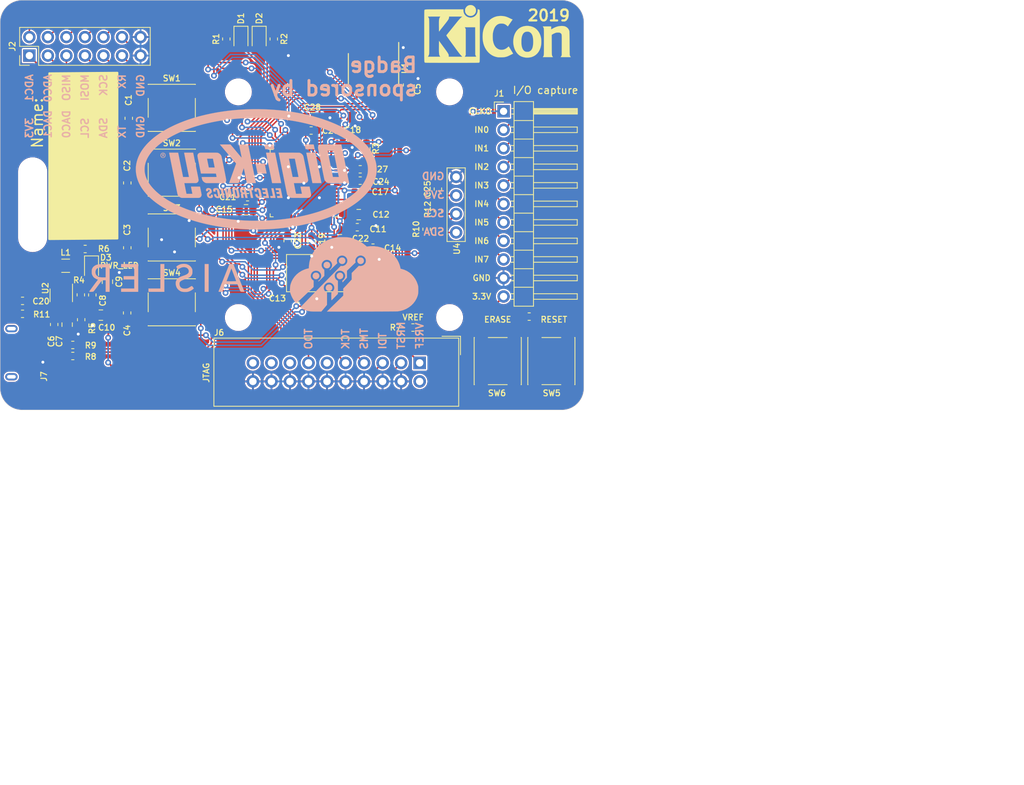
<source format=kicad_pcb>
(kicad_pcb (version 20221018) (generator pcbnew)
  (layers (0 "F.Cu" signal) (31 "B.Cu" signal) (34 "B.Paste" user) (35 "F.Paste" user) (36 "B.SilkS" user "B.Silkscreen") (37 "F.SilkS" user "F.Silkscreen") (38 "B.Mask" user) (39 "F.Mask" user) (44 "Edge.Cuts" user))
  (net 0 "")
  (net 1 "GND")
  (net 2 "+3V3")
  (net 3 "VBUS")
  (net 4 "Net-(C8-Pad2)")
  (net 5 "Net-(C13-Pad1)")
  (net 6 "Net-(C14-Pad1)")
  (net 7 "/NRST")
  (net 8 "Net-(C20-Pad1)")
  (net 9 "+1V2")
  (net 10 "Net-(D1-Pad2)")
  (net 11 "Net-(D2-Pad2)")
  (net 12 "Net-(D3-Pad1)")
  (net 13 "/PROBE_IN7")
  (net 14 "/PROBE_IN6")
  (net 15 "/PROBE_IN5")
  (net 16 "/PROBE_IN4")
  (net 17 "/PROBE_IN3")
  (net 18 "/PROBE_IN2")
  (net 19 "/PROBE_IN1")
  (net 20 "/PROBE_IN0")
  (net 21 "/ADC1")
  (net 22 "/ADC0")
  (net 23 "/MOSI")
  (net 24 "/MISO")
  (net 25 "/SCK")
  (net 26 "/SDA")
  (net 27 "/SCL")
  (net 28 "/UART_RX")
  (net 29 "/UART_TX")
  (net 30 "/USB_D+")
  (net 31 "/USB_D-")
  (net 32 "Net-(L1-Pad1)")
  (net 33 "/PIODCCLK")
  (net 34 "/PCK0")
  (net 35 "/PROBE3")
  (net 36 "/PROBE2")
  (net 37 "/PROBE1")
  (net 38 "/PROBE0")
  (net 39 "/PROBE7")
  (net 40 "/PROBE6")
  (net 41 "/PROBE5")
  (net 42 "/PROBE4")
  (net 43 "/USB1_D+")
  (net 44 "/USB1_D-")
  (net 45 "/TDO")
  (net 46 "/TCK")
  (net 47 "/TMS")
  (net 48 "/TDI")
  (net 49 "Net-(D1-Pad1)")
  (net 50 "Net-(D2-Pad1)")
  (net 51 "/DAC1")
  (net 52 "/DAC0")
  (net 53 "Net-(J6-Pad1)")
  (net 54 "Net-(SW6-Pad2)")
  (net 55 "/BTN3")
  (net 56 "/BTN4")
  (net 57 "/BTN1")
  (net 58 "/BTN2")
  (footprint "Connector_IDC:IDC-Header_2x10_P2.54mm_Vertical" (layer "F.Cu") (at 163.5 119.65 -90)
    (fp_text reference "J6")
    (fp_text value "Conn_ARM_JTAG_SWD_20")
  )
  (footprint "Capacitor_SMD:C_0603_1608Metric" (layer "F.Cu") (at 161.775 81.525 -90)
    (fp_text reference "C5")
    (fp_text value "100n")
  )
  (footprint "Capacitor_SMD:C_0603_1608Metric" (layer "F.Cu") (at 113.3988 114.3832 -90)
    (fp_text reference "C6")
    (fp_text value "100n")
  )
  (footprint "Capacitor_SMD:C_0805_2012Metric" (layer "F.Cu") (at 115.1768 114.4 -90)
    (fp_text reference "C7")
    (fp_text value "22u/6.3V")
  )
  (footprint "Capacitor_SMD:C_0603_1608Metric" (layer "F.Cu") (at 118.6312 110.3306 -90)
    (fp_text reference "C8")
    (fp_text value "22p")
  )
  (footprint "Capacitor_SMD:C_0805_2012Metric" (layer "F.Cu") (at 120.7 108.5125 90)
    (fp_text reference "C9")
    (fp_text value "22u/6.3V")
  )
  (footprint "Capacitor_SMD:C_0805_2012Metric" (layer "F.Cu") (at 119.8 113.1 180)
    (fp_text reference "C10")
    (fp_text value "22u/6.3V")
  )
  (footprint "Capacitor_SMD:C_0603_1608Metric" (layer "F.Cu") (at 154.9452 101.0412)
    (fp_text reference "C11")
    (fp_text value "100n")
  )
  (footprint "Capacitor_SMD:C_0805_2012Metric" (layer "F.Cu") (at 155.1484 99.314)
    (fp_text reference "C12")
    (fp_text value "4.7u")
  )
  (footprint "Capacitor_SMD:C_0603_1608Metric" (layer "F.Cu") (at 146.85 110.825)
    (fp_text reference "C13")
    (fp_text value "22p")
  )
  (footprint "Capacitor_SMD:C_0603_1608Metric" (layer "F.Cu") (at 157.1 103.85)
    (fp_text reference "C14")
    (fp_text value "22p")
  )
  (footprint "Capacitor_SMD:C_0805_2012Metric" (layer "F.Cu") (at 139.7 98.6536 180)
    (fp_text reference "C15")
    (fp_text value "4.7u")
  )
  (footprint "Capacitor_SMD:C_0603_1608Metric" (layer "F.Cu") (at 155.363 96.2152)
    (fp_text reference "C17")
    (fp_text value "100n")
  )
  (footprint "Capacitor_SMD:C_0603_1608Metric" (layer "F.Cu") (at 148.698 103.016 -90)
    (fp_text reference "C19")
    (fp_text value "100n")
  )
  (footprint "Capacitor_SMD:C_0603_1608Metric" (layer "F.Cu") (at 109.0636 111.1412 180)
    (fp_text reference "C20")
    (fp_text value "1n")
  )
  (footprint "Capacitor_SMD:C_0603_1608Metric" (layer "F.Cu") (at 139.9084 96.925 180)
    (fp_text reference "C21")
    (fp_text value "100n")
  )
  (footprint "Capacitor_SMD:C_0603_1608Metric" (layer "F.Cu") (at 152.65 102.55)
    (fp_text reference "C22")
    (fp_text value "100n")
  )
  (footprint "Capacitor_SMD:C_0603_1608Metric" (layer "F.Cu") (at 145.4 102.9 -90)
    (fp_text reference "C23")
    (fp_text value "100n")
  )
  (footprint "Capacitor_SMD:C_0603_1608Metric" (layer "F.Cu") (at 155.35 94.65)
    (fp_text reference "C24")
    (fp_text value "100n")
  )
  (footprint "Capacitor_SMD:C_0603_1608Metric" (layer "F.Cu") (at 166 95.8 90)
    (fp_text reference "C25")
    (fp_text value "100n")
  )
  (footprint "Capacitor_SMD:C_0603_1608Metric" (layer "F.Cu") (at 155.35 93.1)
    (fp_text reference "C27")
    (fp_text value "100n")
  )
  (footprint "LED_SMD:LED_0805_2012Metric" (layer "F.Cu") (at 139 75.1625 -90)
    (fp_text reference "D1")
    (fp_text value "LED")
  )
  (footprint "LED_SMD:LED_0805_2012Metric" (layer "F.Cu") (at 141.5 75.1625 -90)
    (fp_text reference "D2")
    (fp_text value "LED")
  )
  (footprint "kicon_badge:ClipHole" (layer "F.Cu") (at 110.45 97.95 90)
    (fp_text reference "H1" hide)
    (fp_text value "Clip")
  )
  (footprint "kicon_badge:10118193-0001LF" (layer "F.Cu") (at 107.5396 118.2532 -90)
    (fp_text reference "J7")
    (fp_text value "USB_B_Micro")
  )
  (footprint "Inductor_SMD:L_1007_2518Metric" (layer "F.Cu") (at 114.975 106.325)
    (fp_text reference "L1")
    (fp_text value "2.2u")
  )
  (footprint "Resistor_SMD:R_0603_1608Metric" (layer "F.Cu") (at 137 75.225 -90)
    (fp_text reference "R1")
    (fp_text value "120")
  )
  (footprint "Resistor_SMD:R_0603_1608Metric" (layer "F.Cu") (at 143.5 75.225 -90)
    (fp_text reference "R2")
    (fp_text value "120")
  )
  (footprint "Resistor_SMD:R_0603_1608Metric" (layer "F.Cu") (at 156.2 90.25 -90)
    (fp_text reference "R3")
    (fp_text value "22")
  )
  (footprint "Resistor_SMD:R_0603_1608Metric" (layer "F.Cu") (at 117.0564 110.3192 90)
    (fp_text reference "R4")
    (fp_text value "300k")
  )
  (footprint "Resistor_SMD:R_0603_1608Metric" (layer "F.Cu") (at 117.1 113.7228 90)
    (fp_text reference "R5")
    (fp_text value "68k")
  )
  (footprint "Resistor_SMD:R_0603_1608Metric" (layer "F.Cu") (at 117.65 104.025 180)
    (fp_text reference "R6")
    (fp_text value "120")
  )
  (footprint "Resistor_SMD:R_0603_1608Metric" (layer "F.Cu") (at 115.9526 118.7 180)
    (fp_text reference "R8")
    (fp_text value "22")
  )
  (footprint "Resistor_SMD:R_0603_1608Metric" (layer "F.Cu") (at 115.9526 117.1872 180)
    (fp_text reference "R9")
    (fp_text value "22")
  )
  (footprint "Resistor_SMD:R_0603_1608Metric" (layer "F.Cu") (at 109.0636 112.9192)
    (fp_text reference "R11")
    (fp_text value "1M")
  )
  (footprint "Button_Switch_SMD:SW_SPST_PTS645" (layer "F.Cu") (at 181.55 119.4 -90)
    (fp_text reference "SW5")
    (fp_text value "Reset")
  )
  (footprint "Package_TO_SOT_SMD:TSOT-23-5" (layer "F.Cu") (at 114.400199 110.379801 -90)
    (fp_text reference "U2")
    (fp_text value "AP3429A")
  )
  (footprint "Package_DFN_QFN:QFN-64-1EP_9x9mm_P0.5mm_EP7.25x7.25mm" (layer "F.Cu") (at 147.63 94.996 180)
    (fp_text reference "U3")
    (fp_text value "ATSAM4SD16BA-MU")
  )
  (footprint "Crystal:Crystal_SMD_HC49-SD" (layer "F.Cu") (at 151.948 107.336)
    (fp_text reference "Y1")
    (fp_text value "12M")
  )
  (footprint "Capacitor_SMD:C_0603_1608Metric" (layer "F.Cu") (at 178.5125 113.3)
    (fp_text reference "C16" hide)
    (fp_text value "100n")
  )
  (footprint "Capacitor_SMD:C_0603_1608Metric" (layer "F.Cu") (at 148.625 87.775)
    (fp_text reference "C26")
    (fp_text value "100n")
  )
  (footprint "Capacitor_SMD:C_0805_2012Metric" (layer "F.Cu") (at 148.8384 86.025)
    (fp_text reference "C28")
    (fp_text value "4.7u")
  )
  (footprint "Connector_PinHeader_2.54mm:PinHeader_1x11_P2.54mm_Horizontal" (layer "F.Cu") (at 175 85.14)
    (fp_text reference "J1")
    (fp_text value "LogicProbes")
  )
  (footprint "Package_SO:TSSOP-20_4.4x6.5mm_P0.65mm" (layer "F.Cu") (at 157.175 79.45 -90)
    (fp_text reference "U1")
    (fp_text value "74LCX244MTC")
  )
  (footprint "Button_Switch_SMD:SW_SPST_PTS645" (layer "F.Cu") (at 129.52 93.557)
    (fp_text reference "SW2")
    (fp_text value "BTN2")
  )
  (footprint "Capacitor_SMD:C_0603_1608Metric" (layer "F.Cu") (at 123.4 112.8 -90)
    (fp_text reference "C4")
    (fp_text value "100n")
  )
  (footprint "Capacitor_SMD:C_0603_1608Metric" (layer "F.Cu") (at 123.424 103.858 -90)
    (fp_text reference "C3")
    (fp_text value "100n")
  )
  (footprint "Button_Switch_SMD:SW_SPST_PTS645" (layer "F.Cu") (at 129.52 84.667)
    (fp_text reference "SW1")
    (fp_text value "BTN1")
  )
  (footprint "Capacitor_SMD:C_0603_1608Metric" (layer "F.Cu") (at 123.424 94.968 -90)
    (fp_text reference "C2")
    (fp_text value "100n")
  )
  (footprint "Button_Switch_SMD:SW_SPST_PTS645" (layer "F.Cu") (at 129.52 102.447)
    (fp_text reference "SW3")
    (fp_text value "BTN3")
  )
  (footprint "Capacitor_SMD:C_0603_1608Metric" (layer "F.Cu") (at 153.75 88.75)
    (fp_text reference "C18")
    (fp_text value "100n")
  )
  (footprint "Connector_PinHeader_2.54mm:PinHeader_2x07_P2.54mm_Vertical" (layer "F.Cu") (at 110 77.5 90)
    (fp_text reference "J2")
    (fp_text value "Ports")
  )
  (footprint "Resistor_SMD:R_0603_1608Metric" (layer "F.Cu") (at 162.575 114.8 180)
    (fp_text reference "R7")
    (fp_text value "DNF_22")
  )
  (footprint "Button_Switch_SMD:SW_SPST_PTS645" (layer "F.Cu") (at 174.2 119.4 90)
    (fp_text reference "SW6")
    (fp_text value "Erase")
  )
  (footprint "kicon_badge:OLED_SSD1306" (layer "F.Cu") (at 155.85 97.95 -90)
    (fp_text reference "U4")
    (fp_text value "OLED_SSD1306")
  )
  (footprint "Button_Switch_SMD:SW_SPST_PTS645" (layer "F.Cu") (at 129.52 111.337)
    (fp_text reference "SW4")
    (fp_text value "BTN4")
  )
  (footprint "Resistor_SMD:R_0603_1608Metric" (layer "F.Cu") (at 164.45 101.3125 90)
    (fp_text reference "R10")
    (fp_text value "1k5")
  )
  (footprint "Resistor_SMD:R_0603_1608Metric" (layer "F.Cu") (at 166 98.8 90)
    (fp_text reference "R12")
    (fp_text value "1k5")
  )
  (footprint "Capacitor_SMD:C_0603_1608Metric" (layer "F.Cu") (at 123.625 86.1 -90)
    (fp_text reference "C1")
    (fp_text value "100n")
  )
  (footprint "kicon_badge:KiCon_Logo" (layer "F.Cu") (at 174.25 74.5)
    (fp_text reference "REF**" hide)
    (fp_text value "KiCon_Logo" hide)
  )
  (footprint "LED_SMD:LED_0805_2012Metric" (layer "F.Cu") (at 118.5188 106.6648 -90)
    (fp_text reference "D3")
    (fp_text value "LED")
  )
  (footprint "kicon_badge:Aisler_Logo_Large" (layer "B.Cu") (at 140.75 107.5 180)
    (fp_text reference "G***" hide)
    (fp_text value "LOGO" hide)
  )
  (footprint "kicon_badge:DigiKey_Logo_Large" (layer "B.Cu") (at 141.1 93.1 180)
    (fp_text reference "G***" hide)
    (fp_text value "LOGO" hide)
  )
  (gr_arc (start 106 72.9) (mid 106.87868 70.77868) (end 109 69.9) (stroke (width 0.05)) (layer "Edge.Cuts"))
  (gr_arc (start 183 69.9) (mid 185.12132 70.77868) (end 186 72.9) (stroke (width 0.05)) (layer "Edge.Cuts"))
  (gr_arc (start 186 123.1) (mid 185.12132 125.22132) (end 183 126.1) (stroke (width 0.05)) (layer "Edge.Cuts"))
  (gr_line (start 106 123.1) (end 106 72.9) (stroke (width 0.05)) (layer "Edge.Cuts"))
  (gr_line (start 109 69.9) (end 183 69.9) (stroke (width 0.05)) (layer "Edge.Cuts"))
  (gr_line (start 186 72.9) (end 186 123.1) (stroke (width 0.05)) (layer "Edge.Cuts"))
  (gr_arc (start 109 126.1) (mid 106.87868 125.22132) (end 106 123.1) (stroke (width 0.05)) (layer "Edge.Cuts"))
  (gr_line (start 183 126.1) (end 109 126.1) (stroke (width 0.05)) (layer "Edge.Cuts"))
  (gr_text "SDA" (at 167 101.68) (layer "B.SilkS") (effects (font (size 1 1) (thickness 0.2)) (justify left mirror)))
  (gr_text "TCK" (at 153.34 117.9 90) (layer "B.SilkS") (effects (font (size 1 1) (thickness 0.2)) (justify right mirror)))
  (gr_text "TDO" (at 148.26 117.9 90) (layer "B.SilkS") (effects (font (size 1 1) (thickness 0.2)) (justify right mirror)))
  (gr_text "NRST" (at 160.96 117.9 90) (layer "B.SilkS") (effects (font (size 1 1) (thickness 0.2)) (justify right mirror)))
  (gr_text "TMS" (at 155.88 117.9 90) (layer "B.SilkS") (effects (font (size 1 1) (thickness 0.2)) (justify right mirror)))
  (gr_text "GND" (at 125.24 79.946894 90) (layer "B.SilkS") (effects (font (size 1 1) (thickness 0.2)) (justify left mirror)))
  (gr_text "MISO" (at 115.08 79.946894 90) (layer "B.SilkS") (effects (font (size 1 1) (thickness 0.2)) (justify left mirror)))
  (gr_text "SCK" (at 120.16 79.946894 90) (layer "B.SilkS") (effects (font (size 1 1) (thickness 0.2)) (justify left mirror)))
  (gr_text "MOSI" (at 117.62 79.946894 90) (layer "B.SilkS") (effects (font (size 1 1) (thickness 0.2)) (justify left mirror)))
  (gr_text "RX" (at 122.7 79.946894 90) (layer "B.SilkS") (effects (font (size 1 1) (thickness 0.2)) (justify left mirror)))
  (gr_text "ADC0" (at 112.54 79.946894 90) (layer "B.SilkS") (effects (font (size 1 1) (thickness 0.2)) (justify left mirror)))
  (gr_text "ADC1" (at 110 79.946894 90) (layer "B.SilkS") (effects (font (size 1 1) (thickness 0.2)) (justify left mirror)))
  (gr_text "3V3" (at 110 88.946894 90) (layer "B.SilkS") (effects (font (size 1 1) (thickness 0.2)) (justify right mirror)))
  (gr_text "DAC1" (at 112.54 88.946894 90) (layer "B.SilkS") (effects (font (size 1 1) (thickness 0.2)) (justify right mirror)))
  (gr_text "TX" (at 122.7 88.946894 90) (layer "B.SilkS") (effects (font (size 1 1) (thickness 0.2)) (justify right mirror)))
  (gr_text "SCL" (at 117.62 88.946894 90) (layer "B.SilkS") (effects (font (size 1 1) (thickness 0.2)) (justify right mirror)))
  (gr_text "SDA" (at 120.16 88.946894 90) (layer "B.SilkS") (effects (font (size 1 1) (thickness 0.2)) (justify right mirror)))
  (gr_text "DAC0" (at 115.08 88.946894 90) (layer "B.SilkS") (effects (font (size 1 1) (thickness 0.2)) (justify right mirror)))
  (gr_text "GND" (at 125.24 88.946894 90) (layer "B.SilkS") (effects (font (size 1 1) (thickness 0.2)) (justify right mirror)))
  (gr_text "Badge\nsponsored by" (at 163.35 80.4) (layer "B.SilkS") (effects (font (size 2 2) (thickness 0.4)) (justify left mirror)))
  (gr_text "GND" (at 167 94.06) (layer "B.SilkS") (effects (font (size 1 1) (thickness 0.2)) (justify left mirror)))
  (gr_text "VREF" (at 163.5 117.9 90) (layer "B.SilkS") (effects (font (size 1 1) (thickness 0.2)) (justify right mirror)))
  (gr_text "SCL" (at 167 99.14) (layer "B.SilkS") (effects (font (size 1 1) (thickness 0.2)) (justify left mirror)))
  (gr_text "3V3" (at 167 96.6) (layer "B.SilkS") (effects (font (size 1 1) (thickness 0.2)) (justify left mirror)))
  (gr_text "TDI" (at 158.42 117.9 90) (layer "B.SilkS") (effects (font (size 1 1) (thickness 0.2)) (justify right mirror)))
  (gr_text "ERASE" (at 174.2 113.7) (layer "F.SilkS") (effects (font (size 0.8 0.8))))
  (gr_text "3.3V" (at 172 110.54) (layer "F.SilkS") (effects (font (size 0.8 0.8))))
  (gr_text "CLKO" (at 171.8 85.14) (layer "F.SilkS") (effects (font (size 0.8 0.8))))
  (gr_text "IN0" (at 172 87.68) (layer "F.SilkS") (effects (font (size 0.8 0.8))))
  (gr_text "IN1" (at 172 90.22) (layer "F.SilkS") (effects (font (size 0.8 0.8))))
  (gr_text "IN2" (at 172 92.76) (layer "F.SilkS") (effects (font (size 0.8 0.8))))
  (gr_text "IN3" (at 172 95.3) (layer "F.SilkS") (effects (font (size 0.8 0.8))))
  (gr_text "IN4" (at 172 97.84) (layer "F.SilkS") (effects (font (size 0.8 0.8))))
  (gr_text "IN5" (at 172 100.38) (layer "F.SilkS") (effects (font (size 0.8 0.8))))
  (gr_text "IN6" (at 172 102.92) (layer "F.SilkS") (effects (font (size 0.8 0.8))))
  (gr_text "IN7" (at 172 105.46) (layer "F.SilkS") (effects (font (size 0.8 0.8))))
  (gr_text "JTAG" (at 134.25 121 90) (layer "F.SilkS") (effects (font (size 0.8 0.8))))
  (gr_text "2019" (at 181.2 72) (layer "F.SilkS") (effects (font (size 1.5 1.5) (thickness 0.3))))
  (gr_text "RESET" (at 181.9 113.7) (layer "F.SilkS") (effects (font (size 0.8 0.8))))
  (gr_text "Name:" (at 111.1 86.75 90) (layer "F.SilkS") (effects (font (size 1.5 1.5) (thickness 0.2))))
  (gr_text "PWR_LED" (at 119.6 106.3) (layer "F.SilkS") (effects (font (size 0.8 0.8)) (justify left)))
  (gr_text "GND" (at 172 108) (layer "F.SilkS") (effects (font (size 0.8 0.8))))
  (gr_text "VREF" (at 162.6 113.4) (layer "F.SilkS") (effects (font (size 0.8 0.8))))
  (gr_text "I/O capture" (at 180.75 82.25) (layer "F.SilkS") (effects (font (size 1 1))))
  (segment (start 147.63 94.996) (end 147.63 94.996) (width 0.2032) (layer "F.Cu") (net 1))
  (segment (start 147.63 94.8492) (end 147.63 94.996) (width 0.2032) (layer "F.Cu") (net 1))
  (segment (start 151.38 91.0992) (end 147.63 94.8492) (width 0.2032) (layer "F.Cu") (net 1))
  (segment (start 145.4 103.775) (end 144.225 103.775) (width 0.2286) (layer "F.Cu") (net 1))
  (segment (start 144.754 97.746) (end 145.5 97) (width 0.2032) (layer "F.Cu") (net 1))
  (segment (start 144.225 103.775) (end 144.2 103.8) (width 0.2286) (layer "F.Cu") (net 1))
  (segment (start 151.38 90.496) (end 151.38 91.0992) (width 0.2032) (layer "F.Cu") (net 1))
  (segment (start 149.8634 86.025) (end 151.2 86.025) (width 0.254) (layer "F.Cu") (net 1))
  (segment (start 149.8634 86.8366) (end 149.8634 86.025) (width 0.254) (layer "F.Cu") (net 1))
  (segment (start 147.746 94.996) (end 147.63 94.996) (width 0.2032) (layer "F.Cu") (net 1))
  (segment (start 149.38 97.37) (end 149.75 97) (width 0.2032) (layer "F.Cu") (net 1))
  (segment (start 148.698 103.891) (end 148.698 104.997994) (width 0.2032) (layer "F.Cu") (net 1))
  (segment (start 138.8326 98.6536) (end 138.8326 100.0424) (width 0.2032) (layer "F.Cu") (net 1))
  (segment (start 149.5 87.775) (end 149.5 87.2) (width 0.254) (layer "F.Cu") (net 1))
  (segment (start 139.0334 96.8756) (end 139.0334 98.4528) (width 0.2032) (layer "F.Cu") (net 1))
  (segment (start 138.8326 100.0424) (end 138.825 100.05) (width 0.2032) (layer "F.Cu") (net 1))
  (segment (start 111.8468 119.5532) (end 111.85 119.55) (width 0.2032) (layer "F.Cu") (net 1))
  (segment (start 152.13 98.246) (end 150.996 98.246) (width 0.2032) (layer "F.Cu") (net 1))
  (segment (start 110.2146 119.5532) (end 111.8468 119.5532) (width 0.2032) (layer "F.Cu") (net 1))
  (segment (start 148.698 104.997994) (end 148.700006 105) (width 0.2032) (layer "F.Cu") (net 1))
  (segment (start 149.5 87.2) (end 149.8634 86.8366) (width 0.254) (layer "F.Cu") (net 1))
  (segment (start 139.0334 98.4528) (end 138.8326 98.6536) (width 0.2032) (layer "F.Cu") (net 1))
  (segment (start 143.13 97.746) (end 144.754 97.746) (width 0.2032) (layer "F.Cu") (net 1))
  (segment (start 150.996 98.246) (end 147.746 94.996) (width 0.2032) (layer "F.Cu") (net 1))
  (segment (start 149.38 99.496) (end 149.38 97.37) (width 0.2032) (layer "F.Cu") (net 1))
  (via (at 145.5 77.5) (size 0.8) (drill 0.4) (layers "F.Cu" "B.Cu") (net 1))
  (via (at 149.75 97) (size 0.8) (drill 0.4) (layers "F.Cu" "B.Cu") (net 1))
  (via (at 161.25 76.4) (size 0.8) (drill 0.4) (layers "F.Cu" "B.Cu") (net 1))
  (via (at 145.5 97) (size 0.8) (drill 0.4) (layers "F.Cu" "B.Cu") (net 1))
  (via (at 163.275 80.65) (size 0.8) (drill 0.4) (layers "F.Cu" "B.Cu") (net 1))
  (via (at 148.700006 105) (size 0.8) (drill 0.4) (layers "F.Cu" "B.Cu") (net 1))
  (via (at 147.63 94.996) (size 0.8) (drill 0.4) (layers "F.Cu" "B.Cu") (net 1))
  (via (at 149.75 92.75) (size 0.8) (drill 0.4) (layers "F.Cu" "B.Cu") (net 1))
  (via (at 111.85 119.55) (size 0.8) (drill 0.4) (layers "F.Cu" "B.Cu") (net 1))
  (via (at 128.125 102.75) (size 0.8) (drill 0.4) (layers "F.Cu" "B.Cu") (net 1))
  (via (at 118.675 114.525) (size 0.8) (drill 0.4) (layers "F.Cu" "B.Cu") (net 1))
  (via (at 151.2 86.025) (size 0.8) (drill 0.4) (layers "F.Cu" "B.Cu") (net 1))
  (via (at 154.65 87.15) (size 0.8) (drill 0.4) (layers "F.Cu" "B.Cu") (net 1))
  (via (at 157.95 105.45) (size 0.8) (drill 0.4) (layers "F.Cu" "B.Cu") (net 1))
  (via (at 144.2 103.8) (size 0.8) (drill 0.4) (layers "F.Cu" "B.Cu") (net 1))
  (via (at 116.7 115.7) (size 0.8) (drill 0.4) (layers "F.Cu" "B.Cu") (net 1))
  (via (at 157.5 100.825) (size 0.8) (drill 0.4) (layers "F.Cu" "B.Cu") (net 1))
  (via (at 138.625 100.225) (size 0.8) (drill 0.4) (layers "F.Cu" "B.Cu") (net 1))
  (via (at 131.9 100.125) (size 0.8) (drill 0.4) (layers "F.Cu" "B.Cu") (net 1))
  (via (at 145.5 92.75) (size 0.8) (drill 0.4) (layers "F.Cu" "B.Cu") (net 1))
  (via (at 154.25 90.1) (size 0.8) (drill 0.4) (layers "F.Cu" "B.Cu") (net 1))
  (via (at 129.9 104.425) (size 0.8) (drill 0.4) (layers "F.Cu" "B.Cu") (net 1))
  (via (at 122.325 107.25) (size 0.8) (drill 0.4) (layers "F.Cu" "B.Cu") (net 1))
  (via (at 157.875 94.85) (size 0.8) (drill 0.4) (layers "F.Cu" "B.Cu") (net 1))
  (via (at 149.4 110.85) (size 0.8) (drill 0.4) (layers "F.Cu" "B.Cu") (net 1))
  (segment (start 141.825 97.575) (end 140.8826 98.5174) (width 0.254) (layer "F.Cu") (net 2))
  (segment (start 120.825 115.075) (end 120.825 116.175) (width 0.25) (layer "F.Cu") (net 2))
  (segment (start 160.1 86.7) (end 160.1 82.4) (width 0.254) (layer "F.Cu") (net 2))
  (segment (start 151.98268 88.75) (end 151.40384 89.32884) (width 0.25) (layer "F.Cu") (net 2))
  (segment (start 160.1 89.35) (end 160.1 86.7) (width 0.254) (layer "F.Cu") (net 2))
  (segment (start 148.675 100.525) (end 148.675 101.1) (width 0.2032) (layer "F.Cu") (net 2))
  (segment (start 169.15 124.75) (end 170.52 123.38) (width 0.254) (layer "F.Cu") (net 2))
  (segment (start 150.88 89.85268) (end 151.003841 89.728839) (width 0.2032) (layer "F.Cu") (net 2))
  (segment (start 154.2728 96) (end 153.2 96) (width 0.2032) (layer "F.Cu") (net 2))
  (segment (start 140.725 101.475006) (end 140.7 101.500006) (width 0.2286) (layer "F.Cu") (net 2))
  (segment (start 166 98.0125) (end 166 96.5875) (width 0.25) (layer "F.Cu") (net 2))
  (segment (start 143.13 97.246) (end 142.204 97.246) (width 0.2032) (layer "F.Cu") (net 2))
  (segment (start 171.95 115.545) (end 171.95 115.42) (width 0.2286) (layer "F.Cu") (net 2))
  (segment (start 139.85 124.75) (end 136 120.9) (width 0.254) (layer "F.Cu") (net 2))
  (segment (start 160.1 96) (end 160.775 96.675) (width 0.25) (layer "F.Cu") (net 2))
  (segment (start 164.45 99.5625) (end 166 98.0125) (width 0.25) (layer "F.Cu") (net 2))
  (segment (start 141.025 96.925) (end 140.7834 96.925) (width 0.254) (layer "F.Cu") (net 2))
  (segment (start 141.0506 96.8756) (end 140.7834 96.8756) (width 0.2032) (layer "F.Cu") (net 2))
  (segment (start 154.0702 99.3672) (end 154.1234 99.314) (width 0.2032) (layer "F.Cu") (net 2))
  (segment (start 168.5 96.68) (end 166.005 96.68) (width 0.25) (layer "F.Cu") (net 2))
  (segment (start 117.0023 107.6023) (end 118.5188 107.6023) (width 0.2286) (layer "F.Cu") (net 2))
  (segment (start 120.825 116.175) (end 120.8 116.2) (width 0.25) (layer "F.Cu") (net 2))
  (segment (start 160.1 89.35) (end 160.075 89.325) (width 0.254) (layer "F.Cu") (net 2))
  (segment (start 117.0564 109.4442) (end 118.6198 109.4442) (width 0.2032) (layer "F.Cu") (net 2))
  (segment (start 120.679681 109.45) (end 120.519103 109.289422) (width 0.254) (layer "F.Cu") (net 2))
  (segment (start 148.698 101.123) (end 148.675 101.1) (width 0.2032) (layer "F.Cu") (net 2))
  (segment (start 160.1 96) (end 160.1 89.35) (width 0.25) (layer "F.Cu") (net 2))
  (segment (start 133.35 102.65) (end 129.990525 102.65) (width 0.254) (layer "F.Cu") (net 2))
  (segment (start 116.375 106.525) (end 116.375 106.325) (width 0.2286) (layer "F.Cu") (net 2))
  (segment (start 160.1 86.7) (end 160.1 87.1) (width 0.254) (layer "F.Cu") (net 2))
  (segment (start 161.775 82.4) (end 160.1 82.4) (width 0.254) (layer "F.Cu") (net 2))
  (segment (start 136 120.9) (end 122.1 120.9) (width 0.254) (layer "F.Cu") (net 2))
  (segment (start 118.6198 109.4442) (end 118.6312 109.4556) (width 0.2032) (layer "F.Cu") (net 2))
  (segment (start 141.875 97.575) (end 141.675 97.575) (width 0.254) (layer "F.Cu") (net 2))
  (segment (start 148.38 99.496) (end 148.38 100.23) (width 0.2032) (layer "F.Cu") (net 2))
  (segment (start 165.705 96.68) (end 165.7 96.675) (width 0.25) (layer "F.Cu") (net 2))
  (segment (start 153.3912 101.0412) (end 152.55 100.2) (width 0.2032) (layer "F.Cu") (net 2))
  (segment (start 115 82.54) (end 110 77.54) (width 0.2286) (layer "F.Cu") (net 2))
  (segment (start 157.875 89.325) (end 160.075 89.325) (width 0.254) (layer "F.Cu") (net 2))
  (segment (start 116.225 105.775) (end 115 104.55) (width 0.2286) (layer "F.Cu") (net 2))
  (segment (start 122.1 120.9) (end 120.8 119.6) (width 0.25) (layer "F.Cu") (net 2))
  (segment (start 152.13 99.78) (end 152.55 100.2) (width 0.2032) (layer "F.Cu") (net 2))
  (segment (start 152.946 95.746) (end 153.2 96) (width 0.2032) (layer "F.Cu") (net 2))
  (segment (start 116.225 106.325) (end 116.225 106.825) (width 0.2286) (layer "F.Cu") (net 2))
  (segment (start 150.88 90.496) (end 150.88 89.85268) (width 0.2032) (layer "F.Cu") (net 2))
  (segment (start 148.698 102.141) (end 148.698 101.123) (width 0.2032) (layer "F.Cu") (net 2))
  (segment (start 129.990525 102.65) (end 123.190525 109.45) (width 0.254) (layer "F.Cu") (net 2))
  (segment (start 152.875 88.75) (end 151.98268 88.75) (width 0.25) (layer "F.Cu") (net 2))
  (segment (start 140.8826 98.5174) (end 140.8826 98.6536) (width 0.254) (layer "F.Cu") (net 2))
  (segment (start 152.13 95.746) (end 152.946 95.746) (width 0.2032) (layer "F.Cu") (net 2))
  (segment (start 164.45 100.525) (end 164.45 99.5625) (width 0.25) (layer "F.Cu") (net 2))
  (segment (start 118.5188 109.3432) (end 118.6312 109.4556) (width 0.2032) (layer "F.Cu") (net 2))
  (segment (start 140.725 98.6536) (end 140.725 101.475006) (width 0.2286) (layer "F.Cu") (net 2))
  (segment (start 120.825 113.1) (end 120.825 111.575) (width 0.254) (layer "F.Cu") (net 2))
  (segment (start 120.352925 109.4556) (end 120.519103 109.289422) (width 0.254) (layer "F.Cu") (net 2))
  (segment (start 154.0702 101.0412) (end 153.3912 101.0412) (width 0.2032) (layer "F.Cu") (net 2))
  (segment (start 141.875 97.575) (end 141.825 97.575) (width 0.254) (layer "F.Cu") (net 2))
  (segment (start 154.488 96.2152) (end 154.2728 96) (width 0.2032) (layer "F.Cu") (net 2))
  (segment (start 148.38 100.23) (end 148.675 100.525) (width 0.2032) (layer "F.Cu") (net 2))
  (segment (start 152.13 98.746) (end 152.13 99.78) (width 0.2032) (layer "F.Cu") (net 2))
  (segment (start 171.95 113.59) (end 175 110.54) (width 0.2286) (layer "F.Cu") (net 2))
  (segment (start 123.190525 109.45) (end 120.679681 109.45) (width 0.254) (layer "F.Cu") (net 2))
  (segment (start 170.395 117.1) (end 171.95 115.545) (width 0.2286) (layer "F.Cu") (net 2))
  (segment (start 142.204 97.246) (end 141.875 97.575) (width 0.2032) (layer "F.Cu") (net 2))
  (segment (start 163.45 114.8) (end 163.45 115.375) (width 0.2286) (layer "F.Cu") (net 2))
  (segment (start 118.5188 107.6023) (end 118.5188 109.3432) (width 0.2032) (layer "F.Cu") (net 2))
  (segment (start 141.875 97.575) (end 141.75 97.575) (width 0.2032) (layer "F.Cu") (net 2))
  (segment (start 115 104.55) (end 115 82.54) (width 0.2286) (layer "F.Cu") (net 2))
  (segment (start 116.225 106.325) (end 116.225 105.775) (width 0.2286) (layer "F.Cu") (net 2))
  (segment (start 163.45 115.375) (end 165.175 117.1) (width 0.2286) (layer "F.Cu") (net 2))
  (segment (start 154.0702 101.0412) (end 154.0702 99.3672) (width 0.2032) (layer "F.Cu") (net 2))
  (segment (start 166 96.675) (end 160.775 96.675) (width 0.25) (layer "F.Cu") (net 2))
  (segment (start 171.95 115.42) (end 171.95 113.59) (width 0.2286) (layer "F.Cu") (net 2))
  (segment (start 169.15 124.75) (end 139.85 124.75) (width 0.254) (layer "F.Cu") (net 2))
  (segment (start 170.52 123.38) (end 171.95 123.38) (width 0.254) (layer "F.Cu") (net 2))
  (segment (start 120.519103 111.269103) (end 120.519103 109.289422) (width 0.254) (layer "F.Cu") (net 2))
  (segment (start 116.225 106.825) (end 117.0023 107.6023) (width 0.2286) (layer "F.Cu") (net 2))
  (segment (start 165.175 117.1) (end 170.395 117.1) (width 0.2286) (layer "F.Cu") (net 2))
  (segment (start 166.005 96.68) (end 166 96.675) (width 0.25) (layer "F.Cu") (net 2))
  (segment (start 118.6312 109.4556) (end 120.352925 109.4556) (width 0.254) (layer "F.Cu") (net 2))
  (segment (start 120.825 111.575) (end 120.519103 111.269103) (width 0.254) (layer "F.Cu") (net 2))
  (segment (start 120.825 115.075) (end 120.825 113.1) (width 0.254) (layer "F.Cu") (net 2))
  (segment (start 141.675 97.575) (end 141.025 96.925) (width 0.254) (layer "F.Cu") (net 2))
  (segment (start 151.003841 89.728839) (end 151.40384 89.32884) (width 0.2032) (layer "F.Cu") (net 2))
  (via (at 157.875 89.325) (size 0.8) (drill 0.4) (layers "F.Cu" "B.Cu") (net 2))
  (via (at 120.8 119.6) (size 0.8) (drill 0.4) (layers "F.Cu" "B.Cu") (net 2))
  (via (at 151.40384 89.32884) (size 0.8) (drill 0.4) (layers "F.Cu" "B.Cu") (net 2))
  (via (at 133.35 102.65) (size 0.8) (drill 0.4) (layers "F.Cu" "B.Cu") (net 2))
  (via (at 140.7 101.500006) (size 0.8) (drill 0.4) (layers "F.Cu" "B.Cu") (net 2))
  (via (at 148.675 101.1) (size 0.8) (drill 0.4) (layers "F.Cu" "B.Cu") (net 2))
  (via (at 141.875 97.575) (size 0.8) (drill 0.4) (layers "F.Cu" "B.Cu") (net 2))
  (via (at 152.55 100.2) (size 0.8) (drill 0.4) (layers "F.Cu" "B.Cu") (net 2))
  (via (at 160.1 96) (size 0.8) (drill 0.4) (layers "F.Cu" "B.Cu") (net 2))
  (via (at 153.2 96) (size 0.8) (drill 0.4) (layers "F.Cu" "B.Cu") (net 2))
  (via (at 120.8 116.2) (size 0.8) (drill 0.4) (layers "F.Cu" "B.Cu") (net 2))
  (segment (start 152.55 100.2) (end 152.55 101.5) (width 0.254) (layer "B.Cu") (net 2))
  (segment (start 133.35 102.65) (end 134.499994 101.500006) (width 0.254) (layer "B.Cu") (net 2))
  (segment (start 152.55 100.2) (end 153.2 99.55) (width 0.254) (layer "B.Cu") (net 2))
  (segment (start 153.2 96) (end 160.1 96) (width 0.254) (layer "B.Cu") (net 2))
  (segment (start 149.7 102.125) (end 148.675 101.1) (width 0.254) (layer "B.Cu") (net 2))
  (segment (start 147.775 102) (end 141.199994 102) (width 0.254) (layer "B.Cu") (net 2))
  (segment (start 141.199994 102) (end 140.7 101.500006) (width 0.254) (layer "B.Cu") (net 2))
  (segment (start 140.134315 101.500006) (end 140.7 101.500006) (width 0.254) (layer "B.Cu") (net 2))
  (segment (start 152.55 101.5) (end 151.925 102.125) (width 0.254) (layer "B.Cu") (net 2))
  (segment (start 151.40384 89.32884) (end 157.87116 89.32884) (width 0.254) (layer "B.Cu") (net 2))
  (segment (start 148.675 101.1) (end 147.775 102) (width 0.254) (layer "B.Cu") (net 2))
  (segment (start 120.8 116.2) (end 120.8 119.6) (width 0.25) (layer "B.Cu") (net 2))
  (segment (start 148.675 101.1) (end 148.35 101.1) (width 0.2032) (layer "B.Cu") (net 2))
  (segment (start 153.2 99.55) (end 153.2 96) (width 0.254) (layer "B.Cu") (net 2))
  (segment (start 151.925 102.125) (end 149.7 102.125) (width 0.254) (layer "B.Cu") (net 2))
  (segment (start 157.87116 89.32884) (end 157.875 89.325) (width 0.254) (layer "B.Cu") (net 2))
  (segment (start 134.499994 101.500006) (end 140.134315 101.500006) (width 0.254) (layer "B.Cu") (net 2))
  (segment (start 113.450199 113.456801) (end 113.3988 113.5082) (width 0.2286) (layer "F.Cu") (net 3))
  (segment (start 111.9 116.146) (end 111.0928 116.9532) (width 0.2286) (layer "F.Cu") (net 3))
  (segment (start 115.1236 113.5082) (end 115.1768 113.5614) (width 0.2032) (layer "F.Cu") (net 3))
  (segment (start 115.350199 109.069801) (end 115.350199 109.499801) (width 0.2032) (layer "F.Cu") (net 3))
  (segment (start 113.3988 113.5082) (end 111.9 115.007) (width 0.2286) (layer "F.Cu") (net 3))
  (segment (start 111.0928 116.9532) (end 110.2146 116.9532) (width 0.2286) (layer "F.Cu") (net 3))
  (segment (start 111.9 115.007) (end 111.9 116.146) (width 0.2286) (layer "F.Cu") (net 3))
  (segment (start 113.450199 111.399801) (end 113.450199 111.689801) (width 0.2032) (layer "F.Cu") (net 3))
  (segment (start 115.350199 109.499801) (end 113.450199 111.399801) (width 0.2032) (layer "F.Cu") (net 3))
  (segment (start 113.3988 113.5082) (end 115.1236 113.5082) (width 0.2286) (layer "F.Cu") (net 3))
  (segment (start 113.450199 111.689801) (end 113.450199 113.456801) (width 0.2286) (layer "F.Cu") (net 3))
  (segment (start 115.350199 111.689801) (end 115.935199 111.689801) (width 0.2286) (layer "F.Cu") (net 4))
  (segment (start 116.4308 111.1942) (end 117.0564 111.1942) (width 0.2286) (layer "F.Cu") (net 4))
  (segment (start 115.935199 111.689801) (end 116.4308 111.1942) (width 0.2286) (layer "F.Cu") (net 4))
  (segment (start 118.6198 111.1942) (end 118.6312 111.2056) (width 0.2032) (layer "F.Cu") (net 4))
  (segment (start 117.0564 111.1942) (end 117.0564 112.8478) (width 0.2286) (layer "F.Cu") (net 4))
  (segment (start 117.0564 111.1942) (end 118.6198 111.1942) (width 0.2286) (layer "F.Cu") (net 4))
  (segment (start 148.948 107.061) (end 147.698 107.061) (width 0.2032) (layer "F.Cu") (net 5))
  (segment (start 149.88 104.471402) (end 150.1512 104.742602) (width 0.2032) (layer "F.Cu") (net 5))
  (segment (start 146.0625 110.1747) (end 146.0625 110.825) (width 0.2032) (layer "F.Cu") (net 5))
  (segment (start 147.698 108.5392) (end 146.0625 110.1747) (width 0.2032) (layer "F.Cu") (net 5))
  (segment (start 148.948 107.336) (end 147.698 107.336) (width 0.2032) (layer "F.Cu") (net 5))
  (segment (start 150.1512 104.742602) (end 150.1512 106.1328) (width 0.2032) (layer "F.Cu") (net 5))
  (segment (start 149.88 99.496) (end 149.88 104.471402) (width 0.2032) (layer "F.Cu") (net 5))
  (segment (start 147.698 107.336) (end 147.698 108.5392) (width 0.2032) (layer "F.Cu") (net 5))
  (segment (start 150.1512 106.1328) (end 148.948 107.336) (width 0.2032) (layer "F.Cu") (net 5))
  (segment (start 156.225 107.309) (end 156.198 107.336) (width 0.25) (layer "F.Cu") (net 6))
  (segment (start 156.225 107.034) (end 156.198 107.061) (width 0.2032) (layer "F.Cu") (net 6))
  (segment (start 156.198 107.336) (end 153.7448 107.336) (width 0.2032) (layer "F.Cu") (net 6))
  (segment (start 156.225 103.85) (end 156.225 107.309) (width 0.25) (layer "F.Cu") (net 6))
  (segment (start 153.7448 107.336) (end 150.38 103.9712) (width 0.2032) (layer "F.Cu") (net 6))
  (segment (start 150.38 103.9712) (end 150.38 99.496) (width 0.2032) (layer "F.Cu") (net 6))
  (segment (start 144.475 123.275) (end 145.5 124.3) (width 0.2032) (layer "F.Cu") (net 7))
  (segment (start 137.356422 96.573353) (end 137.356423 102.801649) (width 0.2032) (layer "F.Cu") (net 7))
  (segment (start 179.3 123.3) (end 179.3 123.38) (width 0.2032) (layer "F.Cu") (net 7))
  (segment (start 179.3125 115.4075) (end 179.3 115.42) (width 0.25) (layer "F.Cu") (net 7))
  (segment (start 140.025 110.125) (end 144.475 114.575) (width 0.2032) (layer "F.Cu") (net 7))
  (segment (start 178.95 123.85) (end 178.95 123.975) (width 0.2032) (layer "F.Cu") (net 7))
  (segment (start 141.604 94.246) (end 141.6 94.25) (width 0.2032) (layer "F.Cu") (net 7))
  (segment (start 138.75 95.179775) (end 137.356422 96.573353) (width 0.2032) (layer "F.Cu") (net 7))
  (segment (start 159.7 120.91) (end 160.96 119.65) (width 0.2032) (layer "F.Cu") (net 7))
  (segment (start 179.3125 113.3) (end 179.3125 115.4075) (width 0.25) (layer "F.Cu") (net 7))
  (segment (start 145.5 124.3) (end 159.7 124.3) (width 0.2032) (layer "F.Cu") (net 7))
  (segment (start 168.993854 124.3) (end 171.493854 121.8) (width 0.2032) (layer "F.Cu") (net 7))
  (segment (start 144.475 114.575) (end 144.475 123.275) (width 0.2032) (layer "F.Cu") (net 7))
  (segment (start 137.356423 102.801649) (end 140.025 105.470226) (width 0.2032) (layer "F.Cu") (net 7))
  (segment (start 171.493854 121.8) (end 177.8 121.8) (width 0.2032) (layer "F.Cu") (net 7))
  (segment (start 177.8 121.8) (end 179.3 123.3) (width 0.2032) (layer "F.Cu") (net 7))
  (segment (start 138.75 94.25) (end 138.75 95.179775) (width 0.2032) (layer "F.Cu") (net 7))
  (segment (start 159.7 124.3) (end 159.7 120.91) (width 0.2032) (layer "F.Cu") (net 7))
  (segment (start 159.7 124.3) (end 168.993854 124.3) (width 0.2032) (layer "F.Cu") (net 7))
  (segment (start 143.13 94.246) (end 141.604 94.246) (width 0.2032) (layer "F.Cu") (net 7))
  (segment (start 140.025 105.470226) (end 140.025 110.125) (width 0.2032) (layer "F.Cu") (net 7))
  (via (at 138.75 94.25) (size 0.8) (drill 0.4) (layers "F.Cu" "B.Cu") (net 7))
  (via (at 141.6 94.25) (size 0.8) (drill 0.4) (layers "F.Cu" "B.Cu") (net 7))
  (segment (start 141.6 94.25) (end 138.75 94.25) (width 0.2032) (layer "B.Cu") (net 7))
  (segment (start 109.9896 112.9702) (end 109.9386 112.9192) (width 0.2032) (layer "F.Cu") (net 8))
  (segment (start 109.9386 112.9192) (end 109.9386 111.1412) (width 0.254) (layer "F.Cu") (net 8))
  (segment (start 109.9896 115.0532) (end 109.9896 112.9702) (width 0.254) (layer "F.Cu") (net 8))
  (segment (start 153.2 93.246) (end 152.7332 93.246) (width 0.2032) (layer "F.Cu") (net 9))
  (segment (start 147.9 89.1) (end 147.88 89.203228) (width 0.2032) (layer "F.Cu") (net 9))
  (segment (start 153.5 94.65) (end 153.2 94.95) (width 0.2032) (layer "F.Cu") (net 9))
  (segment (start 147.88 90.496) (end 147.88 87.905) (width 0.2032) (layer "F.Cu") (net 9))
  (segment (start 152.904 95.246) (end 153.2 94.95) (width 0.2032) (layer "F.Cu") (net 9))
  (segment (start 147.8134 86.025) (end 147.8134 87.7116) (width 0.254) (layer "F.Cu") (net 9))
  (segment (start 152.13 95.246) (end 152.904 95.246) (width 0.2032) (layer "F.Cu") (net 9))
  (segment (start 151.38 100.604998) (end 151.775002 101) (width 0.2032) (layer "F.Cu") (net 9))
  (segment (start 146.101453 100.578547) (end 146.38 100.3) (width 0.2159) (layer "F.Cu") (net 9))
  (segment (start 147.88 87.905) (end 147.75 87.775) (width 0.2032) (layer "F.Cu") (net 9))
  (segment (start 154.475 94.65) (end 153.5 94.65) (width 0.2032) (layer "F.Cu") (net 9))
  (segment (start 151.38 99.496) (end 151.38 100.604998) (width 0.2032) (layer "F.Cu") (net 9))
  (segment (start 146.101453 101) (end 146.101453 100.578547) (width 0.2159) (layer "F.Cu") (net 9))
  (segment (start 147.88 90.496) (end 147.9 89.1) (width 0.2032) (layer "F.Cu") (net 9))
  (segment (start 151.775 101.125) (end 151.775 101.000002) (width 0.2032) (layer "F.Cu") (net 9))
  (segment (start 153.85 93.1) (end 153.704 93.246) (width 0.2032) (layer "F.Cu") (net 9))
  (segment (start 147.8134 87.7116) (end 147.75 87.775) (width 0.254) (layer "F.Cu") (net 9))
  (segment (start 151.775 101.000002) (end 151.775002 101) (width 0.2032) (layer "F.Cu") (net 9))
  (segment (start 146.101453 101.098547) (end 146.101453 101) (width 0.2159) (layer "F.Cu") (net 9))
  (segment (start 152.7332 93.246) (end 152.13 93.246) (width 0.2032) (layer "F.Cu") (net 9))
  (segment (start 154.475 93.1) (end 153.85 93.1) (width 0.2032) (layer "F.Cu") (net 9))
  (segment (start 153.704 93.246) (end 153.2 93.246) (width 0.2032) (layer "F.Cu") (net 9))
  (segment (start 146.38 100.3) (end 146.38 99.496) (width 0.2159) (layer "F.Cu") (net 9))
  (segment (start 145.4 101.8) (end 146.101453 101.098547) (width 0.2286) (layer "F.Cu") (net 9))
  (segment (start 151.775 102.55) (end 151.775 101.125) (width 0.2032) (layer "F.Cu") (net 9))
  (segment (start 154.475 94.65) (end 154.475 93.1) (width 0.254) (layer "F.Cu") (net 9))
  (segment (start 147.79082 87.81582) (end 147.75 87.775) (width 0.2032) (layer "F.Cu") (net 9))
  (segment (start 145.4 102.025) (end 145.4 101.8) (width 0.2159) (layer "F.Cu") (net 9))
  (via (at 151.775002 101) (size 0.8) (drill 0.4) (layers "F.Cu" "B.Cu") (net 9))
  (via (at 146.101453 101) (size 0.8) (drill 0.4) (layers "F.Cu" "B.Cu") (net 9))
  (via (at 153.2 93.246) (size 0.8) (drill 0.4) (layers "F.Cu" "B.Cu") (net 9))
  (via (at 153.2 94.95) (size 0.8) (drill 0.4) (layers "F.Cu" "B.Cu") (net 9))
  (via (at 147.9 89.1) (size 0.8) (drill 0.4) (layers "F.Cu" "B.Cu") (net 9))
  (segment (start 151.775002 100.434315) (end 151.775002 101) (width 0.254) (layer "B.Cu") (net 9))
  (segment (start 151.480315 93.246) (end 152.634315 93.246) (width 0.2032) (layer "B.Cu") (net 9))
  (segment (start 152.634315 93.246) (end 153.2 93.246) (width 0.2032) (layer "B.Cu") (net 9))
  (segment (start 151.775002 99.7) (end 151.775002 100.434315) (width 0.254) (layer "B.Cu") (net 9))
  (segment (start 146.1 100.998547) (end 146.101453 101) (width 0.254) (layer "B.Cu") (net 9))
  (segment (start 150.742834 94.95) (end 146.1 99.592834) (width 0.254) (layer "B.Cu") (net 9))
  (segment (start 147.9 89.665685) (end 151.480315 93.246) (width 0.2032) (layer "B.Cu") (net 9))
  (segment (start 146.1 99.592834) (end 146.1 100.998547) (width 0.254) (layer "B.Cu") (net 9))
  (segment (start 152.35 99.125002) (end 151.775002 99.7) (width 0.254) (layer "B.Cu") (net 9))
  (segment (start 147.9 89.1) (end 147.9 89.665685) (width 0.2032) (layer "B.Cu") (net 9))
  (segment (start 153.2 94.95) (end 150.742834 94.95) (width 0.254) (layer "B.Cu") (net 9))
  (segment (start 153.2 94.95) (end 152.35 95.8) (width 0.254) (layer "B.Cu") (net 9))
  (segment (start 152.35 95.8) (end 152.35 99.125002) (width 0.254) (layer "B.Cu") (net 9))
  (segment (start 139.15 87.35) (end 139.15 86.26163) (width 0.2032) (layer "F.Cu") (net 10))
  (segment (start 139 76.1) (end 141.8 78.9) (width 0.2032) (layer "F.Cu") (net 10))
  (segment (start 143.356791 88.806791) (end 142.956792 88.406792) (width 0.2032) (layer "F.Cu") (net 10))
  (segment (start 143.88 90.496) (end 143.88 89.33) (width 0.2032) (layer "F.Cu") (net 10))
  (segment (start 139.71163 85.7) (end 140.65 85.7) (width 0.2032) (layer "F.Cu") (net 10))
  (segment (start 140.65 85.7) (end 142.15 84.2) (width 0.2032) (layer "F.Cu") (net 10))
  (segment (start 142.15 79.25) (end 141.8 78.9) (width 0.2032) (layer "F.Cu") (net 10))
  (segment (start 143.88 89.33) (end 143.356791 88.806791) (width 0.2032) (layer "F.Cu") (net 10))
  (segment (start 139.15 86.26163) (end 139.71163 85.7) (width 0.2032) (layer "F.Cu") (net 10))
  (segment (start 142.15 84.2) (end 142.15 79.25) (width 0.2032) (layer "F.Cu") (net 10))
  (via (at 139.15 87.35) (size 0.8) (drill 0.4) (layers "F.Cu" "B.Cu") (net 10))
  (via (at 142.956792 88.406792) (size 0.8) (drill 0.4) (layers "F.Cu" "B.Cu") (net 10))
  (segment (start 141.9 87.35) (end 139.715685 87.35) (width 0.2032) (layer "B.Cu") (net 10))
  (segment (start 139.715685 87.35) (end 139.15 87.35) (width 0.2032) (layer "B.Cu") (net 10))
  (segment (start 142.956792 88.406792) (end 141.9 87.35) (width 0.2032) (layer "B.Cu") (net 10))
  (segment (start 143.694292 88.574068) (end 143.694292 88.234977) (width 0.2032) (layer "F.Cu") (net 11))
  (segment (start 140.4 86.55) (end 139.9 86.55) (width 0.2032) (layer "F.Cu") (net 11))
  (segment (start 144.38 90.496) (end 144.38 89.259776) (width 0.2032) (layer "F.Cu") (net 11))
  (segment (start 141.5 76.1) (end 142.6 77.2) (width 0.2032) (layer "F.Cu") (net 11))
  (segment (start 142.6 77.2) (end 142.6 84.35) (width 0.2032) (layer "F.Cu") (net 11))
  (segment (start 142.6 84.35) (end 140.4 86.55) (width 0.2032) (layer "F.Cu") (net 11))
  (segment (start 143.694292 88.234977) (end 143.694292 87.669292) (width 0.2032) (layer "F.Cu") (net 11))
  (segment (start 144.38 89.259776) (end 143.694292 88.574068) (width 0.2032) (layer "F.Cu") (net 11))
  (via (at 139.9 86.55) (size 0.8) (drill 0.4) (layers "F.Cu" "B.Cu") (net 11))
  (via (at 143.694292 87.669292) (size 0.8) (drill 0.4) (layers "F.Cu" "B.Cu") (net 11))
  (segment (start 142.575 86.55) (end 140.465685 86.55) (width 0.2032) (layer "B.Cu") (net 11))
  (segment (start 140.465685 86.55) (end 139.9 86.55) (width 0.2032) (layer "B.Cu") (net 11))
  (segment (start 143.694292 87.669292) (end 142.575 86.55) (width 0.2032) (layer "B.Cu") (net 11))
  (segment (start 118.5188 105.7273) (end 118.5188 104.0312) (width 0.254) (layer "F.Cu") (net 12))
  (segment (start 118.5188 104.0312) (end 118.525 104.025) (width 0.254) (layer "F.Cu") (net 12))
  (segment (start 155.614322 80.8) (end 157.964324 78.449998) (width 0.2032) (layer "F.Cu") (net 13))
  (segment (start 173.109633 95.949633) (end 174.150001 96.990001) (width 0.2032) (layer "F.Cu") (net 13))
  (segment (start 154.25 81.4718) (end 154.9218 80.8) (width 0.2032) (layer "F.Cu") (net 13))
  (segment (start 154.25 82.4) (end 154.25 81.4718) (width 0.2032) (layer "F.Cu") (net 13))
  (segment (start 174.150001 96.990001) (end 175 97.84) (width 0.2032) (layer "F.Cu") (net 13))
  (segment (start 157.964324 78.449998) (end 164.450002 78.449998) (width 0.2032) (layer "F.Cu") (net 13))
  (segment (start 154.9218 80.8) (end 155.614322 80.8) (width 0.2032) (layer "F.Cu") (net 13))
  (segment (start 169.751048 77.84037) (end 173.109633 81.198955) (width 0.2032) (layer "F.Cu") (net 13))
  (segment (start 164.450002 78.449998) (end 165.05963 77.84037) (width 0.2032) (layer "F.Cu") (net 13))
  (segment (start 173.109633 81.198955) (end 173.109633 95.949633) (width 0.2032) (layer "F.Cu") (net 13))
  (segment (start 165.05963 77.84037) (end 169.751048 77.84037) (width 0.2032) (layer "F.Cu") (net 13))
  (segment (start 155.55 82.4) (end 155.55 81.4718) (width 0.2032) (layer "F.Cu") (net 14))
  (segment (start 155.55 81.4718) (end 158.16859 78.85321) (width 0.2032) (layer "F.Cu") (net 14))
  (segment (start 172.706422 98.086422) (end 174.150001 99.530001) (width 0.2032) (layer "F.Cu") (net 14))
  (segment (start 174.150001 99.530001) (end 175 100.38) (width 0.2032) (layer "F.Cu") (net 14))
  (segment (start 164.64679 78.85321) (end 165.25642 78.24358) (width 0.2032) (layer "F.Cu") (net 14))
  (segment (start 165.25642 78.24358) (end 169.584032 78.24358) (width 0.2032) (layer "F.Cu") (net 14))
  (segment (start 169.584032 78.24358) (end 172.706422 81.36597) (width 0.2032) (layer "F.Cu") (net 14))
  (segment (start 172.706422 81.36597) (end 172.706422 98.086422) (width 0.2032) (layer "F.Cu") (net 14))
  (segment (start 158.16859 78.85321) (end 164.64679 78.85321) (width 0.2032) (layer "F.Cu") (net 14))
  (segment (start 159.065379 79.256421) (end 164.823353 79.256421) (width 0.2032) (layer "F.Cu") (net 15))
  (segment (start 165.432985 78.646789) (end 169.417016 78.64679) (width 0.2032) (layer "F.Cu") (net 15))
  (segment (start 156.85 81.4718) (end 159.065379 79.256421) (width 0.2032) (layer "F.Cu") (net 15))
  (segment (start 172.303211 81.532985) (end 172.303211 100.223211) (width 0.2032) (layer "F.Cu") (net 15))
  (segment (start 169.417016 78.64679) (end 172.303211 81.532985) (width 0.2032) (layer "F.Cu") (net 15))
  (segment (start 164.823353 79.256421) (end 165.432985 78.646789) (width 0.2032) (layer "F.Cu") (net 15))
  (segment (start 172.303211 100.223211) (end 174.150001 102.070001) (width 0.2032) (layer "F.Cu") (net 15))
  (segment (start 174.150001 102.070001) (end 175 102.92) (width 0.2032) (layer "F.Cu") (net 15))
  (segment (start 156.85 82.4) (end 156.85 81.4718) (width 0.2032) (layer "F.Cu") (net 15))
  (segment (start 164.990368 79.659632) (end 165.6 79.05) (width 0.2032) (layer "F.Cu") (net 16))
  (segment (start 158.15 81.4718) (end 159.962168 79.659632) (width 0.2032) (layer "F.Cu") (net 16))
  (segment (start 174.150001 104.610001) (end 175 105.46) (width 0.2032) (layer "F.Cu") (net 16))
  (segment (start 159.962168 79.659632) (end 164.990368 79.659632) (width 0.2032) (layer "F.Cu") (net 16))
  (segment (start 171.9 81.7) (end 171.9 102.36) (width 0.2032) (layer "F.Cu") (net 16))
  (segment (start 165.6 79.05) (end 169.25 79.05) (width 0.2032) (layer "F.Cu") (net 16))
  (segment (start 169.25 79.05) (end 171.9 81.7) (width 0.2032) (layer "F.Cu") (net 16))
  (segment (start 158.15 82.4) (end 158.15 81.4718) (width 0.2032) (layer "F.Cu") (net 16))
  (segment (start 171.9 102.36) (end 174.150001 104.610001) (width 0.2032) (layer "F.Cu") (net 16))
  (segment (start 175.849999 94.450001) (end 175 95.3) (width 0.2032) (layer "F.Cu") (net 17))
  (segment (start 177.509633 92.790367) (end 175.849999 94.450001) (width 0.2032) (layer "F.Cu") (net 17))
  (segment (start 177.909633 82.598955) (end 177.909633 88.450819) (width 0.2032) (layer "F.Cu") (net 17))
  (segment (start 177.509633 88.850819) (end 177.509633 92.790367) (width 0.2032) (layer "F.Cu") (net 17))
  (segment (start 155.55 75.5718) (end 157.5218 73.6) (width 0.2032) (layer "F.Cu") (net 17))
  (segment (start 168.910678 73.6) (end 177.909633 82.598955) (width 0.2032) (layer "F.Cu") (net 17))
  (segment (start 177.909633 88.450819) (end 177.509633 88.850819) (width 0.2032) (layer "F.Cu") (net 17))
  (segment (start 157.5218 73.6) (end 168.910678 73.6) (width 0.2032) (layer "F.Cu") (net 17))
  (segment (start 155.55 76.5) (end 155.55 75.5718) (width 0.2032) (layer "F.Cu") (net 17))
  (segment (start 177.506422 82.76597) (end 168.743663 74.003211) (width 0.2032) (layer "F.Cu") (net 18))
  (segment (start 175 92.76) (end 177.106422 90.653578) (width 0.2032) (layer "F.Cu") (net 18))
  (segment (start 158.418589 74.003211) (end 156.85 75.5718) (width 0.2032) (layer "F.Cu") (net 18))
  (segment (start 168.743663 74.003211) (end 158.418589 74.003211) (width 0.2032) (layer "F.Cu") (net 18))
  (segment (start 177.106422 88.683804) (end 177.506422 88.283804) (width 0.2032) (layer "F.Cu") (net 18))
  (segment (start 177.106422 90.653578) (end 177.106422 88.683804) (width 0.2032) (layer "F.Cu") (net 18))
  (segment (start 177.506422 88.283804) (end 177.506422 82.76597) (width 0.2032) (layer "F.Cu") (net 18))
  (segment (start 156.85 75.5718) (end 156.85 76.5) (width 0.2032) (layer "F.Cu") (net 18))
  (segment (start 158.15 76.5) (end 158.15 75.5718) (width 0.2032) (layer "F.Cu") (net 19))
  (segment (start 158.15 75.5718) (end 159.315378 74.406422) (width 0.2032) (layer "F.Cu") (net 19))
  (segment (start 159.315378 74.406422) (end 168.576648 74.406422) (width 0.2032) (layer "F.Cu") (net 19))
  (segment (start 177.103211 82.932985) (end 177.103211 88.116789) (width 0.2032) (layer "F.Cu") (net 19))
  (segment (start 175.849999 89.370001) (end 175 90.22) (width 0.2032) (layer "F.Cu") (net 19))
  (segment (start 168.576648 74.406422) (end 177.103211 82.932985) (width 0.2032) (layer "F.Cu") (net 19))
  (segment (start 177.103211 88.116789) (end 175.849999 89.370001) (width 0.2032) (layer "F.Cu") (net 19))
  (segment (start 168.409633 74.809633) (end 160.050687 74.809633) (width 0.2032) (layer "F.Cu") (net 20))
  (segment (start 176.7 85.98) (end 176.7 83.1) (width 0.2032) (layer "F.Cu") (net 20))
  (segment (start 159.45 75.5718) (end 159.45 76.5) (width 0.2032) (layer "F.Cu") (net 20))
  (segment (start 159.45 75.41032) (end 159.45 75.5718) (width 0.2032) (layer "F.Cu") (net 20))
  (segment (start 160.050687 74.809633) (end 159.45 75.41032) (width 0.2032) (layer "F.Cu") (net 20))
  (segment (start 176.7 83.1) (end 168.409633 74.809633) (width 0.2032) (layer "F.Cu") (net 20))
  (segment (start 175 87.68) (end 176.7 85.98) (width 0.2032) (layer "F.Cu") (net 20))
  (segment (start 143.29037 71.89037) (end 117.049178 71.89037) (width 0.2032) (layer "F.Cu") (net 21))
  (segment (start 157.05161 86.217295) (end 157.05161 85.65161) (width 0.2032) (layer "F.Cu") (net 21))
  (segment (start 117.049178 71.89037) (end 116.364548 72.575) (width 0.2032) (layer "F.Cu") (net 21))
  (segment (start 110 73.9468) (end 110 75) (width 0.2032) (layer "F.Cu") (net 21))
  (segment (start 152.13 92.246) (end 152.7332 92.246) (width 0.2032) (layer "F.Cu") (net 21))
  (segment (start 116.364548 72.575) (end 111.3718 72.575) (width 0.2032) (layer "F.Cu") (net 21))
  (segment (start 156.410817 92.251601) (end 157.05161 91.610808) (width 0.2032) (layer "F.Cu") (net 21))
  (segment (start 152.7332 92.246) (end 152.738801 92.251601) (width 0.2032) (layer "F.Cu") (net 21))
  (segment (start 111.3718 72.575) (end 110 73.9468) (width 0.2032) (layer "F.Cu") (net 21))
  (segment (start 152.738801 92.251601) (end 156.410817 92.251601) (width 0.2032) (layer "F.Cu") (net 21))
  (segment (start 151.2 79.8) (end 143.29037 71.89037) (width 0.2032) (layer "F.Cu") (net 21))
  (segment (start 157.05161 91.610808) (end 157.05161 86.217295) (width 0.2032) (layer "F.Cu") (net 21))
  (via (at 151.2 79.8) (size 0.8) (drill 0.4) (layers "F.Cu" "B.Cu") (net 21))
  (via (at 157.05161 85.65161) (size 0.8) (drill 0.4) (layers "F.Cu" "B.Cu") (net 21))
  (segment (start 157.05161 85.65161) (end 151.2 79.8) (width 0.2032) (layer "B.Cu") (net 21))
  (segment (start 152.13 91.246) (end 152.904 91.246) (width 0.2032) (layer "F.Cu") (net 22))
  (segment (start 112.54 75) (end 114.543211 72.996789) (width 0.2032) (layer "F.Cu") (net 22))
  (segment (start 136.160678 78.45) (end 139.084315 78.45) (width 0.2032) (layer "F.Cu") (net 22))
  (segment (start 116.512985 72.996789) (end 117.216195 72.293579) (width 0.2032) (layer "F.Cu") (net 22))
  (segment (start 152.904 91.246) (end 153.275 90.875) (width 0.2032) (layer "F.Cu") (net 22))
  (segment (start 130.004259 72.293581) (end 136.160678 78.45) (width 0.2032) (layer "F.Cu") (net 22))
  (segment (start 114.543211 72.996789) (end 116.512985 72.996789) (width 0.2032) (layer "F.Cu") (net 22))
  (segment (start 139.084315 78.45) (end 139.65 78.45) (width 0.2032) (layer "F.Cu") (net 22))
  (segment (start 117.216195 72.293579) (end 130.004259 72.293581) (width 0.2032) (layer "F.Cu") (net 22))
  (via (at 153.275 90.875) (size 0.8) (drill 0.4) (layers "F.Cu" "B.Cu") (net 22))
  (via (at 139.65 78.45) (size 0.8) (drill 0.4) (layers "F.Cu" "B.Cu") (net 22))
  (segment (start 150.8 90.875) (end 149.925 90) (width 0.2032) (layer "B.Cu") (net 22))
  (segment (start 149.925 87.375) (end 141 78.45) (width 0.2032) (layer "B.Cu") (net 22))
  (segment (start 140.215685 78.45) (end 139.65 78.45) (width 0.2032) (layer "B.Cu") (net 22))
  (segment (start 141 78.45) (end 140.215685 78.45) (width 0.2032) (layer "B.Cu") (net 22))
  (segment (start 153.275 90.875) (end 150.8 90.875) (width 0.2032) (layer "B.Cu") (net 22))
  (segment (start 149.925 90) (end 149.925 87.375) (width 0.2032) (layer "B.Cu") (net 22))
  (segment (start 119.519998 73.100002) (end 129.670228 73.100002) (width 0.2032) (layer "F.Cu") (net 23))
  (segment (start 149.973437 89.196789) (end 152.650001 86.520225) (width 0.2032) (layer "F.Cu") (net 23))
  (segment (start 152.650001 86.124999) (end 153.05 85.725) (width 0.2032) (layer "F.Cu") (net 23))
  (segment (start 135.3 79.684315) (end 135.3 80.25) (width 0.2032) (layer "F.Cu") (net 23))
  (segment (start 149.505785 89.196789) (end 149.973437 89.196789) (width 0.2032) (layer "F.Cu") (net 23))
  (segment (start 148.88 89.822574) (end 149.505785 89.196789) (width 0.2032) (layer "F.Cu") (net 23))
  (segment (start 148.88 90.496) (end 148.88 89.822574) (width 0.2032) (layer "F.Cu") (net 23))
  (segment (start 117.62 75) (end 119.519998 73.100002) (width 0.2032) (layer "F.Cu") (net 23))
  (segment (start 152.650001 86.520225) (end 152.650001 86.124999) (width 0.2032) (layer "F.Cu") (net 23))
  (segment (start 129.670228 73.100002) (end 135.3 78.729774) (width 0.2032) (layer "F.Cu") (net 23))
  (segment (start 135.3 78.729774) (end 135.3 79.684315) (width 0.2032) (layer "F.Cu") (net 23))
  (via (at 135.3 80.25) (size 0.8) (drill 0.4) (layers "F.Cu" "B.Cu") (net 23))
  (via (at 153.05 85.725) (size 0.8) (drill 0.4) (layers "F.Cu" "B.Cu") (net 23))
  (segment (start 148.129773 84.999999) (end 140.878173 77.748399) (width 0.2032) (layer "B.Cu") (net 23))
  (segment (start 137.801601 77.748399) (end 135.699999 79.850001) (width 0.2032) (layer "B.Cu") (net 23))
  (segment (start 135.699999 79.850001) (end 135.3 80.25) (width 0.2032) (layer "B.Cu") (net 23))
  (segment (start 153.05 85.725) (end 152.325 85) (width 0.2032) (layer "B.Cu") (net 23))
  (segment (start 152.325 85) (end 148.129773 84.999999) (width 0.2032) (layer "B.Cu") (net 23))
  (segment (start 140.878173 77.748399) (end 137.801601 77.748399) (width 0.2032) (layer "B.Cu") (net 23))
  (segment (start 145.92179 86.71892) (end 145.56347 86.3606) (width 0.2032) (layer "F.Cu") (net 24))
  (segment (start 145.56347 86.3606) (end 145.56347 85.794915) (width 0.2032) (layer "F.Cu") (net 24))
  (segment (start 115.929999 74.150001) (end 115.08 75) (width 0.2032) (layer "F.Cu") (net 24))
  (segment (start 140.45 79.250002) (end 136.390454 79.250002) (width 0.2032) (layer "F.Cu") (net 24))
  (segment (start 136.390454 79.250002) (end 129.837243 72.696791) (width 0.2032) (layer "F.Cu") (net 24))
  (segment (start 145.92179 89.43459) (end 145.92179 86.71892) (width 0.2032) (layer "F.Cu") (net 24))
  (segment (start 146.38 89.8928) (end 145.92179 89.43459) (width 0.2032) (layer "F.Cu") (net 24))
  (segment (start 129.837243 72.696791) (end 117.38321 72.69679) (width 0.2032) (layer "F.Cu") (net 24))
  (segment (start 117.38321 72.69679) (end 115.929999 74.150001) (width 0.2032) (layer "F.Cu") (net 24))
  (segment (start 146.38 90.496) (end 146.38 89.8928) (width 0.2032) (layer "F.Cu") (net 24))
  (via (at 140.45 79.250002) (size 0.8) (drill 0.4) (layers "F.Cu" "B.Cu") (net 24))
  (via (at 145.56347 85.794915) (size 0.8) (drill 0.4) (layers "F.Cu" "B.Cu") (net 24))
  (segment (start 145.56347 85.794915) (end 145.56347 83.61347) (width 0.2032) (layer "B.Cu") (net 24))
  (segment (start 145.56347 83.61347) (end 141.200002 79.250002) (width 0.2032) (layer "B.Cu") (net 24))
  (segment (start 141.200002 79.250002) (end 140.45 79.250002) (width 0.2032) (layer "B.Cu") (net 24))
  (segment (start 149.38 90.496) (end 149.38 89.8928) (width 0.2032) (layer "F.Cu") (net 25))
  (segment (start 149.38 89.8928) (end 149.6728 89.6) (width 0.2032) (layer "F.Cu") (net 25))
  (segment (start 120.16 75) (end 121.656788 73.503212) (width 0.2032) (layer "F.Cu") (net 25))
  (segment (start 150.140452 89.6) (end 152.390453 87.349999) (width 0.2032) (layer "F.Cu") (net 25))
  (segment (start 129.503212 73.503212) (end 134.5 78.5) (width 0.2032) (layer "F.Cu") (net 25))
  (segment (start 149.6728 89.6) (end 150.140452 89.6) (width 0.2032) (layer "F.Cu") (net 25))
  (segment (start 134.5 78.5) (end 134.5 79.4) (width 0.2032) (layer "F.Cu") (net 25))
  (segment (start 152.900001 87.349999) (end 153.3 86.95) (width 0.2032) (layer "F.Cu") (net 25))
  (segment (start 121.656788 73.503212) (end 129.503212 73.503212) (width 0.2032) (layer "F.Cu") (net 25))
  (segment (start 152.390453 87.349999) (end 152.900001 87.349999) (width 0.2032) (layer "F.Cu") (net 25))
  (via (at 134.5 79.4) (size 0.8) (drill 0.4) (layers "F.Cu" "B.Cu") (net 25))
  (via (at 153.3 86.95) (size 0.8) (drill 0.4) (layers "F.Cu" "B.Cu") (net 25))
  (segment (start 135.5 79.4) (end 137.554812 77.345188) (width 0.2032) (layer "B.Cu") (net 25))
  (segment (start 148.296789 84.596789) (end 152.960159 84.596789) (width 0.2032) (layer "B.Cu") (net 25))
  (segment (start 153.751601 85.388231) (end 153.751601 86.498399) (width 0.2032) (layer "B.Cu") (net 25))
  (segment (start 153.751601 86.498399) (end 153.3 86.95) (width 0.2032) (layer "B.Cu") (net 25))
  (segment (start 137.554812 77.345188) (end 141.045188 77.345188) (width 0.2032) (layer "B.Cu") (net 25))
  (segment (start 152.960159 84.596789) (end 153.751601 85.388231) (width 0.2032) (layer "B.Cu") (net 25))
  (segment (start 141.045188 77.345188) (end 148.296789 84.596789) (width 0.2032) (layer "B.Cu") (net 25))
  (segment (start 134.5 79.4) (end 135.5 79.4) (width 0.2032) (layer "B.Cu") (net 25))
  (segment (start 164.45 102.1) (end 164.45 101.85) (width 0.25) (layer "F.Cu") (net 26))
  (segment (start 161.109561 103.240439) (end 162.59 101.76) (width 0.2032) (layer "F.Cu") (net 26))
  (segment (start 141.405551 96.246) (end 140.609551 95.45) (width 0.2032) (layer "F.Cu") (net 26))
  (segment (start 138.101597 91.463231) (end 138.1 91.461634) (width 0.2032) (layer "F.Cu") (net 26))
  (segment (start 136.55 95.4) (end 136.55 94.55) (width 0.2032) (layer "F.Cu") (net 26))
  (segment (start 136.55 94.55) (end 138.101597 92.998403) (width 0.2032) (layer "F.Cu") (net 26))
  (segment (start 144.575 107.625) (end 143.850001 108.349999) (width 0.2032) (layer "F.Cu") (net 26))
  (segment (start 167.297919 101.76) (end 168.5 101.76) (width 0.2032) (layer "F.Cu") (net 26))
  (segment (start 164.45 101.85) (end 164.4 101.8) (width 0.25) (layer "F.Cu") (net 26))
  (segment (start 143.850001 108.979775) (end 144.653211 109.782985) (width 0.2032) (layer "F.Cu") (net 26))
  (segment (start 136.80321 90.00321) (end 136.80321 87.661808) (width 0.2032) (layer "F.Cu") (net 26))
  (segment (start 133.647822 84.506421) (end 132.226647 84.506421) (width 0.2032) (layer "F.Cu") (net 26))
  (segment (start 156.369645 114.059561) (end 161.109561 109.319645) (width 0.2032) (layer "F.Cu") (net 26))
  (segment (start 138.1 91.3) (end 136.80321 90.00321) (width 0.2032) (layer "F.Cu") (net 26))
  (segment (start 138.101597 92.998403) (end 138.101597 91.463231) (width 0.2032) (layer "F.Cu") (net 26))
  (segment (start 144.653211 109.782985) (end 144.653211 111.802081) (width 0.2032) (layer "F.Cu") (net 26))
  (segment (start 127.217015 79.496789) (end 122.116789 79.496789) (width 0.2032) (layer "F.Cu") (net 26))
  (segment (start 143.13 96.246) (end 141.405551 96.246) (width 0.2032) (layer "F.Cu") (net 26))
  (segment (start 138.326611 106.076611) (end 138.798391 106.076611) (width 0.2032) (layer "F.Cu") (net 26))
  (segment (start 138.798391 106.076611) (end 139.19839 106.47661) (width 0.2032) (layer "F.Cu") (net 26))
  (segment (start 161.109561 109.319645) (end 161.109561 103.240439) (width 0.2032) (layer "F.Cu") (net 26))
  (segment (start 144.653211 111.802081) (end 146.910691 114.059561) (width 0.2032) (layer "F.Cu") (net 26))
  (segment (start 121.009999 78.389999) (end 120.16 77.54) (width 0.2032) (layer "F.Cu") (net 26))
  (segment (start 140.609551 95.45) (end 140.075 95.45) (width 0.2032) (layer "F.Cu") (net 26))
  (segment (start 162.59 101.76) (end 167.297919 101.76) (width 0.2032) (layer "F.Cu") (net 26))
  (segment (start 136.55 95.4) (end 136.55 104.3) (width 0.2032) (layer "F.Cu") (net 26))
  (segment (start 138.1 91.461634) (end 138.1 91.3) (width 0.2032) (layer "F.Cu") (net 26))
  (segment (start 146.910691 114.059561) (end 156.369645 114.059561) (width 0.2032) (layer "F.Cu") (net 26))
  (segment (start 136.80321 87.661808) (end 133.647822 84.506421) (width 0.2032) (layer "F.Cu") (net 26))
  (segment (start 132.226647 84.506421) (end 127.217015 79.496789) (width 0.2032) (layer "F.Cu") (net 26))
  (segment (start 122.116789 79.496789) (end 121.009999 78.389999) (width 0.2032) (layer "F.Cu") (net 26))
  (segment (start 136.55 104.3) (end 138.326611 106.076611) (width 0.2032) (layer "F.Cu") (net 26))
  (segment (start 143.850001 108.349999) (end 143.850001 108.979775) (width 0.2032) (layer "F.Cu") (net 26))
  (via (at 144.575 107.625) (size 0.8) (drill 0.4) (layers "F.Cu" "B.Cu") (net 26))
  (via (at 139.19839 106.47661) (size 0.8) (drill 0.4) (layers "F.Cu" "B.Cu") (net 26))
  (via (at 140.075 95.45) (size 0.8) (drill 0.4) (layers "F.Cu" "B.Cu") (net 26))
  (via (at 136.55 95.4) (size 0.8) (drill 0.4) (layers "F.Cu" "B.Cu") (net 26))
  (segment (start 140.34678 107.625) (end 139.598389 106.876609) (width 0.2032) (layer "B.Cu") (net 26))
  (segment (start 139.598389 106.876609) (end 139.19839 106.47661) (width 0.2032) (layer "B.Cu") (net 26))
  (segment (start 144.575 107.625) (end 140.34678 107.625) (width 0.2032) (layer "B.Cu") (net 26))
  (segment (start 140.075 95.45) (end 136.6 95.45) (width 0.2032) (layer "B.Cu") (net 26))
  (segment (start 136.6 95.45) (end 136.55 95.4) (width 0.2032) (layer "B.Cu") (net 26))
  (segment (start 145.062772 109.162772) (end 144.999999 109.099999) (width 0.2159) (layer "F.Cu") (net 27))
  (segment (start 137.399996 91.8) (end 135.796789 93.403207) (width 0.2032) (layer "F.Cu") (net 27))
  (segment (start 136.399999 87.828824) (end 136.4 90.800004) (width 0.2032) (layer "F.Cu") (net 27))
  (segment (start 145.062772 111.632436) (end 145.062772 109.162772) (width 0.2159) (layer "F.Cu") (net 27))
  (segment (start 135.796789 93.403207) (end 135.796789 104.148032) (width 0.2032) (layer "F.Cu") (net 27))
  (segment (start 160.7 103.070794) (end 160.7 109.15) (width 0.2159) (layer "F.Cu") (net 27))
  (segment (start 168.5 99.22) (end 167.18 99.22) (width 0.25) (layer "F.Cu") (net 27))
  (segment (start 127.05 79.9) (end 132.059632 84.909632) (width 0.2032) (layer "F.Cu") (net 27))
  (segment (start 117.62 77.54) (end 119.98 79.9) (width 0.2032) (layer "F.Cu") (net 27))
  (segment (start 142.025 92.2442) (end 142.025 91.975) (width 0.2032) (layer "F.Cu") (net 27))
  (segment (start 133.480807 84.909632) (end 136.399999 87.828824) (width 0.2032) (layer "F.Cu") (net 27))
  (segment (start 144.999999 109.099999) (end 144.6 108.7) (width 0.2159) (layer "F.Cu") (net 27))
  (segment (start 167.18 99.22) (end 166.8125 99.5875) (width 0.25) (layer "F.Cu") (net 27))
  (segment (start 138.798391 107.150001) (end 139.19839 107.55) (width 0.2032) (layer "F.Cu") (net 27))
  (segment (start 156.2 113.65) (end 147.080336 113.65) (width 0.2159) (layer "F.Cu") (net 27))
  (segment (start 119.98 79.9) (end 127.05 79.9) (width 0.2032) (layer "F.Cu") (net 27))
  (segment (start 138.798391 107.149634) (end 138.798391 107.150001) (width 0.2032) (layer "F.Cu") (net 27))
  (segment (start 162.420354 101.35044) (end 160.7 103.070794) (width 0.2159) (layer "F.Cu") (net 27))
  (segment (start 166.36956 101.35044) (end 162.420354 101.35044) (width 0.2159) (layer "F.Cu") (net 27))
  (segment (start 135.796789 104.148032) (end 138.798391 107.149634) (width 0.2032) (layer "F.Cu") (net 27))
  (segment (start 160.7 109.15) (end 156.2 113.65) (width 0.2159) (layer "F.Cu") (net 27))
  (segment (start 136.999997 91.400001) (end 137.399996 91.8) (width 0.2032) (layer "F.Cu") (net 27))
  (segment (start 166.8125 99.5875) (end 166 99.5875) (width 0.25) (layer "F.Cu") (net 27))
  (segment (start 142.5268 92.746) (end 142.025 92.2442) (width 0.2032) (layer "F.Cu") (net 27))
  (segment (start 147.080336 113.65) (end 145.062772 111.632436) (width 0.2159) (layer "F.Cu") (net 27))
  (segment (start 132.059632 84.909632) (end 133.480807 84.909632) (width 0.2032) (layer "F.Cu") (net 27))
  (segment (start 143.13 92.746) (end 142.5268 92.746) (width 0.2032) (layer "F.Cu") (net 27))
  (segment (start 136.4 90.800004) (end 136.999997 91.400001) (width 0.2032) (layer "F.Cu") (net 27))
  (segment (start 168.5 99.22) (end 166.36956 101.35044) (width 0.2159) (layer "F.Cu") (net 27))
  (via (at 142.036235 92.053463) (size 0.8) (drill 0.4) (layers "F.Cu" "B.Cu") (net 27))
  (via (at 137.399996 91.8) (size 0.8) (drill 0.4) (layers "F.Cu" "B.Cu") (net 27))
  (via (at 144.6 108.7) (size 0.8) (drill 0.4) (layers "F.Cu" "B.Cu") (net 27))
  (via (at 139.19839 107.55) (size 0.8) (drill 0.4) (layers "F.Cu" "B.Cu") (net 27))
  (segment (start 139.7 91.8) (end 137.965681 91.8) (width 0.2032) (layer "B.Cu") (net 27))
  (segment (start 143.40321 108.02821) (end 143.92821 108.02821) (width 0.2032) (layer "B.Cu") (net 27))
  (segment (start 140.153463 92.053463) (end 142.036235 92.053463) (width 0.2032) (layer "B.Cu") (net 27))
  (segment (start 143.92821 108.02821) (end 144.6 108.7) (width 0.2032) (layer "B.Cu") (net 27))
  (segment (start 139.6766 108.02821) (end 143.40321 108.02821) (width 0.2032) (layer "B.Cu") (net 27))
  (segment (start 137.965681 91.8) (end 137.399996 91.8) (width 0.2032) (layer "B.Cu") (net 27))
  (segment (start 139.9 91.8) (end 140.153463 92.053463) (width 0.2032) (layer "B.Cu") (net 27))
  (segment (start 139.7 91.8) (end 139.9 91.8) (width 0.2032) (layer "B.Cu") (net 27))
  (segment (start 139.19839 107.55) (end 139.6766 108.02821) (width 0.2032) (layer "B.Cu") (net 27))
  (segment (start 122.7 75) (end 123.975 76.275) (width 0.2032) (layer "F.Cu") (net 28))
  (segment (start 134.45 83.7) (end 136.700001 85.950001) (width 0.2032) (layer "F.Cu") (net 28))
  (segment (start 132.560677 83.699999) (end 134.45 83.7) (width 0.2032) (layer "F.Cu") (net 28))
  (segment (start 123.975 76.275) (end 126.35 76.275) (width 0.2032) (layer "F.Cu") (net 28))
  (segment (start 126.9 78.039322) (end 132.560677 83.699999) (width 0.2032) (layer "F.Cu") (net 28))
  (segment (start 144.88 88.490168) (end 144.395894 88.006062) (width 0.2032) (layer "F.Cu") (net 28))
  (segment (start 137.2 86.25) (end 137.1 86.35) (width 0.2032) (layer "F.Cu") (net 28))
  (segment (start 136.700001 85.950001) (end 137.1 86.35) (width 0.2032) (layer "F.Cu") (net 28))
  (segment (start 144.395894 88.006062) (end 144.395894 86.96769) (width 0.2032) (layer "F.Cu") (net 28))
  (segment (start 144.395894 86.96769) (end 144.506792 86.856792) (width 0.2032) (layer "F.Cu") (net 28))
  (segment (start 126.9 76.825) (end 126.9 78.039322) (width 0.2032) (layer "F.Cu") (net 28))
  (segment (start 144.88 90.496) (end 144.88 88.490168) (width 0.2032) (layer "F.Cu") (net 28))
  (segment (start 126.35 76.275) (end 126.9 76.825) (width 0.2032) (layer "F.Cu") (net 28))
  (via (at 144.506792 86.856792) (size 0.8) (drill 0.4) (layers "F.Cu" "B.Cu") (net 28))
  (via (at 137.1 86.35) (size 0.8) (drill 0.4) (layers "F.Cu" "B.Cu") (net 28))
  (segment (start 143.45 85.8) (end 144.106793 86.456793) (width 0.2032) (layer "B.Cu") (net 28))
  (segment (start 144.106793 86.456793) (end 144.506792 86.856792) (width 0.2032) (layer "B.Cu") (net 28))
  (segment (start 137.1 86.35) (end 137.65 85.8) (width 0.2032) (layer "B.Cu") (net 28))
  (segment (start 137.65 85.8) (end 143.45 85.8) (width 0.2032) (layer "B.Cu") (net 28))
  (segment (start 145.38 87.982496) (end 145.097504 87.7) (width 0.2032) (layer "F.Cu") (net 29))
  (segment (start 127.38403 79.093578) (end 124.253578 79.093578) (width 0.2032) (layer "F.Cu") (net 29))
  (segment (start 133.814837 84.10321) (end 132.393662 84.10321) (width 0.2032) (layer "F.Cu") (net 29))
  (segment (start 132.393662 84.10321) (end 127.38403 79.093578) (width 0.2032) (layer "F.Cu") (net 29))
  (segment (start 137.8484 88.136772) (end 133.814837 84.10321) (width 0.2032) (layer "F.Cu") (net 29))
  (segment (start 137.8484 88.8) (end 137.8484 88.136772) (width 0.2032) (layer "F.Cu") (net 29))
  (segment (start 124.253578 79.093578) (end 123.549999 78.389999) (width 0.2032) (layer "F.Cu") (net 29))
  (segment (start 123.549999 78.389999) (end 122.7 77.54) (width 0.2032) (layer "F.Cu") (net 29))
  (segment (start 145.38 90.496) (end 145.38 87.982496) (width 0.2032) (layer "F.Cu") (net 29))
  (via (at 145.097504 87.7) (size 0.8) (drill 0.4) (layers "F.Cu" "B.Cu") (net 29))
  (via (at 137.8484 88.8) (size 0.8) (drill 0.4) (layers "F.Cu" "B.Cu") (net 29))
  (segment (start 142.311628 88.8) (end 142.620022 89.108394) (width 0.2032) (layer "B.Cu") (net 29))
  (segment (start 143.68911 89.108394) (end 144.697505 88.099999) (width 0.2032) (layer "B.Cu") (net 29))
  (segment (start 137.8484 88.8) (end 142.311628 88.8) (width 0.2032) (layer "B.Cu") (net 29))
  (segment (start 144.697505 88.099999) (end 145.097504 87.7) (width 0.2032) (layer "B.Cu") (net 29))
  (segment (start 142.620022 89.108394) (end 143.68911 89.108394) (width 0.2032) (layer "B.Cu") (net 29))
  (segment (start 117.359 118.1686) (end 134.3996 118.1686) (width 0.2) (layer "F.Cu") (net 30))
  (segment (start 147.855 103.945) (end 147.855 100.1) (width 0.2) (layer "F.Cu") (net 30))
  (segment (start 116.8276 118.7) (end 117.359 118.1686) (width 0.2) (layer "F.Cu") (net 30))
  (segment (start 142.948401 105.651599) (end 142.948401 109.600978) (width 0.2) (layer "F.Cu") (net 30))
  (segment (start 136.59415 109.74834) (end 136.89415 110.04834) (width 0.2) (layer "F.Cu") (net 30))
  (segment (start 146.5 105.3) (end 147.855 103.945) (width 0.2) (layer "F.Cu") (net 30))
  (segment (start 142.789787 109.759592) (end 142.789787 110.183857) (width 0.2) (layer "F.Cu") (net 30))
  (segment (start 135.35 117.2182) (end 135.35 110.682844) (width 0.2) (layer "F.Cu") (net 30))
  (segment (start 143.3 105.3) (end 146.5 105.3) (width 0.2) (layer "F.Cu") (net 30))
  (segment (start 136.284504 109.74834) (end 136.59415 109.74834) (width 0.2) (layer "F.Cu") (net 30))
  (segment (start 143.3 105.3) (end 142.948401 105.651599) (width 0.2) (layer "F.Cu") (net 30))
  (segment (start 135.35 110.682844) (end 136.284504 109.74834) (width 0.2) (layer "F.Cu") (net 30))
  (segment (start 142.948401 109.600978) (end 142.789787 109.759592) (width 0.2) (layer "F.Cu") (net 30))
  (segment (start 147.876 100.1) (end 147.88 100.096) (width 0.2) (layer "F.Cu") (net 30))
  (segment (start 147.855 100.1) (end 147.876 100.1) (width 0.2) (layer "F.Cu") (net 30))
  (segment (start 147.88 100.096) (end 147.88 99.496) (width 0.2) (layer "F.Cu") (net 30))
  (segment (start 134.3996 118.1686) (end 135.35 117.2182) (width 0.2) (layer "F.Cu") (net 30))
  (via (at 136.89415 110.04834) (size 0.8) (drill 0.4) (layers "F.Cu" "B.Cu") (net 30))
  (via (at 142.789787 110.183857) (size 0.8) (drill 0.4) (layers "F.Cu" "B.Cu") (net 30))
  (segment (start 139.865496 109.74834) (end 137.19415 109.74834) (width 0.2) (layer "B.Cu") (net 30))
  (segment (start 142.365522 110.183857) (end 141.949379 110.6) (width 0.2) (layer "B.Cu") (net 30))
  (segment (start 141.949379 110.6) (end 140.717156 110.6) (width 0.2) (layer "B.Cu") (net 30))
  (segment (start 137.19415 109.74834) (end 136.89415 110.04834) (width 0.2) (layer "B.Cu") (net 30))
  (segment (start 140.717156 110.6) (end 139.865496 109.74834) (width 0.2) (layer "B.Cu") (net 30))
  (segment (start 142.789787 110.183857) (end 142.365522 110.183857) (width 0.2) (layer "B.Cu") (net 30))
  (segment (start 147.38 103.764654) (end 146.244654 104.9) (width 0.2) (layer "F.Cu") (net 31))
  (segment (start 134.95 110.517156) (end 136.118816 109.34834) (width 0.2) (layer "F.Cu") (net 31))
  (segment (start 143.1343 104.9) (end 142.548401 105.485899) (width 0.2) (layer "F.Cu") (net 31))
  (segment (start 117.359 117.7186) (end 134.2132 117.7186) (width 0.2) (layer "F.Cu") (net 31))
  (segment (start 147.38 99.496) (end 147.38 103.764654) (width 0.2) (layer "F.Cu") (net 31))
  (segment (start 142.506944 109.476749) (end 142.082679 109.476749) (width 0.2) (layer "F.Cu") (net 31))
  (segment (start 136.118816 109.34834) (end 136.59415 109.34834) (width 0.2) (layer "F.Cu") (net 31))
  (segment (start 134.95 116.9818) (end 134.95 110.517156) (width 0.2) (layer "F.Cu") (net 31))
  (segment (start 142.548401 109.435292) (end 142.506944 109.476749) (width 0.2) (layer "F.Cu") (net 31))
  (segment (start 116.8276 117.1872) (end 117.359 117.7186) (width 0.2) (layer "F.Cu") (net 31))
  (segment (start 146.244654 104.9) (end 143.1343 104.9) (width 0.2) (layer "F.Cu") (net 31))
  (segment (start 134.2132 117.7186) (end 134.95 116.9818) (width 0.2) (layer "F.Cu") (net 31))
  (segment (start 142.548401 105.485899) (end 142.548401 109.435292) (width 0.2) (layer "F.Cu") (net 31))
  (segment (start 136.59415 109.34834) (end 136.89415 109.04834) (width 0.2) (layer "F.Cu") (net 31))
  (via (at 142.082679 109.476749) (size 0.8) (drill 0.4) (layers "F.Cu" "B.Cu") (net 31))
  (via (at 136.89415 109.04834) (size 0.8) (drill 0.4) (layers "F.Cu" "B.Cu") (net 31))
  (segment (start 142.082679 109.476749) (end 142.082679 109.901014) (width 0.2) (layer "B.Cu") (net 31))
  (segment (start 140.031184 109.34834) (end 137.19415 109.34834) (width 0.2) (layer "B.Cu") (net 31))
  (segment (start 140.882844 110.2) (end 140.031184 109.34834) (width 0.2) (layer "B.Cu") (net 31))
  (segment (start 142.082679 109.901014) (end 141.783693 110.2) (width 0.2) (layer "B.Cu") (net 31))
  (segment (start 141.783693 110.2) (end 140.882844 110.2) (width 0.2) (layer "B.Cu") (net 31))
  (segment (start 137.19415 109.34834) (end 136.89415 109.04834) (width 0.2) (layer "B.Cu") (net 31))
  (segment (start 113.450199 107.089801) (end 113.5736 106.9664) (width 0.2032) (layer "F.Cu") (net 32))
  (segment (start 113.450199 109.069801) (end 113.450199 106.449801) (width 0.2286) (layer "F.Cu") (net 32))
  (segment (start 113.450199 106.449801) (end 113.575 106.325) (width 0.2286) (layer "F.Cu") (net 32))
  (segment (start 170.8 85.15) (end 165.45 90.5) (width 0.2032) (layer "F.Cu") (net 33))
  (segment (start 162.215687 90.5) (end 161.650002 90.5) (width 0.2032) (layer "F.Cu") (net 33))
  (segment (start 156.2 91.125) (end 155.025006 91.125) (width 0.2032) (layer "F.Cu") (net 33))
  (segment (start 155.025006 91.125) (end 155.025003 91.125003) (width 0.2032) (layer "F.Cu") (net 33))
  (segment (start 165.45 90.5) (end 162.215687 90.5) (width 0.2032) (layer "F.Cu") (net 33))
  (segment (start 152.13 91.746) (end 154.404006 91.746) (width 0.2032) (layer "F.Cu") (net 33))
  (segment (start 154.404006 91.746) (end 154.625004 91.525002) (width 0.2032) (layer "F.Cu") (net 33))
  (segment (start 154.625004 91.525002) (end 155.025003 91.125003) (width 0.2032) (layer "F.Cu") (net 33))
  (via (at 170.8 85.15) (size 0.8) (drill 0.4) (layers "F.Cu" "B.Cu") (net 33))
  (via (at 161.650002 90.5) (size 0.8) (drill 0.4) (layers "F.Cu" "B.Cu") (net 33))
  (via (at 155.025003 91.125003) (size 0.8) (drill 0.4) (layers "F.Cu" "B.Cu") (net 33))
  (segment (start 155.025006 91.125) (end 155.025003 91.125003) (width 0.2032) (layer "B.Cu") (net 33))
  (segment (start 175 85.14) (end 170.81 85.14) (width 0.25) (layer "B.Cu") (net 33))
  (segment (start 159.425 91.125) (end 155.025006 91.125) (width 0.2032) (layer "B.Cu") (net 33))
  (segment (start 170.81 85.14) (end 170.8 85.15) (width 0.25) (layer "B.Cu") (net 33))
  (segment (start 161.650002 90.5) (end 160.05 90.5) (width 0.2032) (layer "B.Cu") (net 33))
  (segment (start 160.05 90.5) (end 159.425 91.125) (width 0.2032) (layer "B.Cu") (net 33))
  (segment (start 156.2 86.85) (end 155.649999 86.299999) (width 0.2032) (layer "F.Cu") (net 34))
  (segment (start 142.721 91.746) (end 143.13 91.746) (width 0.2032) (layer "F.Cu") (net 34))
  (segment (start 146.546356 83.375) (end 145.019261 84.902095) (width 0.2032) (layer "F.Cu") (net 34))
  (segment (start 141.737844 90.762844) (end 142.721 91.746) (width 0.2032) (layer "F.Cu") (net 34))
  (segment (start 141.737844 88.633512) (end 141.737844 90.762844) (width 0.2032) (layer "F.Cu") (net 34))
  (segment (start 155.649999 86.299999) (end 155.25 85.9) (width 0.2032) (layer "F.Cu") (net 34))
  (segment (start 145.019261 84.902095) (end 145.019261 85.352095) (width 0.2032) (layer "F.Cu") (net 34))
  (segment (start 145.019261 85.352095) (end 141.737844 88.633512) (width 0.2032) (layer "F.Cu") (net 34))
  (segment (start 156.2 89.375) (end 156.2 86.85) (width 0.2032) (layer "F.Cu") (net 34))
  (segment (start 152.725 83.375) (end 146.546356 83.375) (width 0.2032) (layer "F.Cu") (net 34))
  (via (at 155.25 85.9) (size 0.8) (drill 0.4) (layers "F.Cu" "B.Cu") (net 34))
  (via (at 152.725 83.375) (size 0.8) (drill 0.4) (layers "F.Cu" "B.Cu") (net 34))
  (segment (start 155.25 85.35) (end 155.25 85.9) (width 0.2032) (layer "B.Cu") (net 34))
  (segment (start 152.725 83.375) (end 153.275 83.375) (width 0.2032) (layer "B.Cu") (net 34))
  (segment (start 153.275 83.375) (end 155.25 85.35) (width 0.2032) (layer "B.Cu") (net 34))
  (segment (start 144.616051 84.735079) (end 144.616051 85.185079) (width 0.2032) (layer "F.Cu") (net 35))
  (segment (start 154.9 83.3282) (end 154.801599 83.426601) (width 0.2032) (layer "F.Cu") (net 35))
  (segment (start 142.171 93.246) (end 142.5268 93.246) (width 0.2032) (layer "F.Cu") (net 35))
  (segment (start 153.05 82.6) (end 152.340451 82.6) (width 0.2032) (layer "F.Cu") (net 35))
  (segment (start 141.334633 88.466497) (end 141.334633 92.409633) (width 0.2032) (layer "F.Cu") (net 35))
  (segment (start 146.42292 82.92821) (end 144.616051 84.735079) (width 0.2032) (layer "F.Cu") (net 35))
  (segment (start 153.876601 83.426601) (end 153.05 82.6) (width 0.2032) (layer "F.Cu") (net 35))
  (segment (start 154.9 82.4) (end 154.9 83.3282) (width 0.2032) (layer "F.Cu") (net 35))
  (segment (start 152.340451 82.6) (end 152.01224 82.92821) (width 0.2032) (layer "F.Cu") (net 35))
  (segment (start 142.5268 93.246) (end 143.13 93.246) (width 0.2032) (layer "F.Cu") (net 35))
  (segment (start 154.801599 83.426601) (end 153.876601 83.426601) (width 0.2032) (layer "F.Cu") (net 35))
  (segment (start 144.616051 85.185079) (end 141.334633 88.466497) (width 0.2032) (layer "F.Cu") (net 35))
  (segment (start 152.01224 82.92821) (end 146.42292 82.92821) (width 0.2032) (layer "F.Cu") (net 35))
  (segment (start 141.334633 92.409633) (end 142.171 93.246) (width 0.2032) (layer "F.Cu") (net 35))
  (segment (start 146.88 89.697146) (end 146.325 89.142146) (width 0.2032) (layer "F.Cu") (net 36))
  (segment (start 146.325001 85.224999) (end 147.456422 84.093578) (width 0.2032) (layer "F.Cu") (net 36))
  (segment (start 147.456422 84.093578) (end 155.434622 84.093578) (width 0.2032) (layer "F.Cu") (net 36))
  (segment (start 146.88 90.496) (end 146.88 89.697146) (width 0.2032) (layer "F.Cu") (net 36))
  (segment (start 156.2 83.3282) (end 156.2 82.4) (width 0.2032) (layer "F.Cu") (net 36))
  (segment (start 155.434622 84.093578) (end 156.2 83.3282) (width 0.2032) (layer "F.Cu") (net 36))
  (segment (start 146.325 89.142146) (end 146.325001 85.224999) (width 0.2032) (layer "F.Cu") (net 36))
  (segment (start 147.38 89.62692) (end 146.728211 88.975131) (width 0.2032) (layer "F.Cu") (net 37))
  (segment (start 146.728211 85.392015) (end 147.623437 84.496789) (width 0.2032) (layer "F.Cu") (net 37))
  (segment (start 147.623437 84.496789) (end 156.331411 84.496789) (width 0.2032) (layer "F.Cu") (net 37))
  (segment (start 157.5 83.3282) (end 157.5 82.4) (width 0.2032) (layer "F.Cu") (net 37))
  (segment (start 146.728211 88.975131) (end 146.728211 85.392015) (width 0.2032) (layer "F.Cu") (net 37))
  (segment (start 156.331411 84.496789) (end 157.5 83.3282) (width 0.2032) (layer "F.Cu") (net 37))
  (segment (start 147.38 90.496) (end 147.38 89.62692) (width 0.2032) (layer "F.Cu") (net 37))
  (segment (start 152.15 86.45) (end 152.15 85.5) (width 0.2032) (layer "F.Cu") (net 38))
  (segment (start 148.38 89.752348) (end 149.33877 88.793578) (width 0.2032) (layer "F.Cu") (net 38))
  (segment (start 157.2282 84.9) (end 158.8 83.3282) (width 0.2032) (layer "F.Cu") (net 38))
  (segment (start 149.33877 88.793578) (end 149.806422 88.793578) (width 0.2032) (layer "F.Cu") (net 38))
  (segment (start 158.8 83.3282) (end 158.8 82.4) (width 0.2032) (layer "F.Cu") (net 38))
  (segment (start 152.15 85.5) (end 152.75 84.9) (width 0.2032) (layer "F.Cu") (net 38))
  (segment (start 152.75 84.9) (end 157.2282 84.9) (width 0.2032) (layer "F.Cu") (net 38))
  (segment (start 149.806422 88.793578) (end 152.15 86.45) (width 0.2032) (layer "F.Cu") (net 38))
  (segment (start 148.38 90.496) (end 148.38 89.752348) (width 0.2032) (layer "F.Cu") (net 38))
  (segment (start 145.38 100.060452) (end 145.38 99.496) (width 0.2032) (layer "F.Cu") (net 39))
  (segment (start 138.554813 91.184588) (end 138.550001 91.179776) (width 0.2032) (layer "F.Cu") (net 39))
  (segment (start 145.895226 81.175) (end 151.1532 81.175) (width 0.2032) (layer "F.Cu") (net 39))
  (segment (start 136.953211 103.503211) (end 136.953211 96.40634) (width 0.2032) (layer "F.Cu") (net 39))
  (segment (start 138.550001 91.179776) (end 138.550001 88.970225) (width 0.2032) (layer "F.Cu") (net 39))
  (segment (start 138 93.8) (end 138.554813 93.245187) (width 0.2032) (layer "F.Cu") (net 39))
  (segment (start 137.7 104.25) (end 136.953211 103.503211) (width 0.2032) (layer "F.Cu") (net 39))
  (segment (start 154.9 77.4282) (end 154.9 76.5) (width 0.2032) (layer "F.Cu") (net 39))
  (segment (start 151.1532 81.175) (end 154.9 77.4282) (width 0.2032) (layer "F.Cu") (net 39))
  (segment (start 138 95.359551) (end 138 93.8) (width 0.2032) (layer "F.Cu") (net 39))
  (segment (start 138.554813 93.245187) (end 138.554813 91.184588) (width 0.2032) (layer "F.Cu") (net 39))
  (segment (start 143.00321 84.517016) (end 143.003211 84.067015) (width 0.2032) (layer "F.Cu") (net 39))
  (segment (start 138.550001 88.970225) (end 143.00321 84.517016) (width 0.2032) (layer "F.Cu") (net 39))
  (segment (start 142.340685 104.25) (end 143.096789 103.493896) (width 0.2032) (layer "F.Cu") (net 39))
  (segment (start 143.003211 84.067015) (end 145.895226 81.175) (width 0.2032) (layer "F.Cu") (net 39))
  (segment (start 143.09679 102.343662) (end 145.38 100.060452) (width 0.2032) (layer "F.Cu") (net 39))
  (segment (start 136.953211 96.40634) (end 138 95.359551) (width 0.2032) (layer "F.Cu") (net 39))
  (segment (start 141.775 104.25) (end 142.340685 104.25) (width 0.2032) (layer "F.Cu") (net 39))
  (segment (start 143.096789 103.493896) (end 143.09679 102.343662) (width 0.2032) (layer "F.Cu") (net 39))
  (via (at 141.775 104.25) (size 0.8) (drill 0.4) (layers "F.Cu" "B.Cu") (net 39))
  (via (at 137.7 104.25) (size 0.8) (drill 0.4) (layers "F.Cu" "B.Cu") (net 39))
  (segment (start 137.7 104.25) (end 141.775 104.25) (width 0.2032) (layer "B.Cu") (net 39))
  (segment (start 146.040452 81.6) (end 151.6 81.6) (width 0.2032) (layer "F.Cu") (net 40))
  (segment (start 140.125 94.395224) (end 140.125 87.965452) (width 0.2032) (layer "F.Cu") (net 40))
  (segment (start 140.125 87.965452) (end 143.40642 84.68403) (width 0.2032) (layer "F.Cu") (net 40))
  (segment (start 143.406421 84.234031) (end 146.040452 81.6) (width 0.2032) (layer "F.Cu") (net 40))
  (segment (start 156.2 77.4282) (end 156.2 76.5) (width 0.2032) (layer "F.Cu") (net 40))
  (segment (start 143.40642 84.68403) (end 143.406421 84.234031) (width 0.2032) (layer "F.Cu") (net 40))
  (segment (start 151.6 81.6) (end 155.353211 77.846789) (width 0.2032) (layer "F.Cu") (net 40))
  (segment (start 155.781411 77.846789) (end 156.2 77.4282) (width 0.2032) (layer "F.Cu") (net 40))
  (segment (start 155.353211 77.846789) (end 155.781411 77.846789) (width 0.2032) (layer "F.Cu") (net 40))
  (segment (start 141.475776 95.746) (end 140.125 94.395224) (width 0.2032) (layer "F.Cu") (net 40))
  (segment (start 143.13 95.746) (end 141.475776 95.746) (width 0.2032) (layer "F.Cu") (net 40))
  (segment (start 156.6 78.25) (end 157.5 77.35) (width 0.2032) (layer "F.Cu") (net 41))
  (segment (start 143.80963 84.851044) (end 143.809631 84.401047) (width 0.2032) (layer "F.Cu") (net 41))
  (segment (start 141.546002 95.246) (end 140.528211 94.228209) (width 0.2032) (layer "F.Cu") (net 41))
  (segment (start 140.528211 94.228209) (end 140.528211 88.132466) (width 0.2032) (layer "F.Cu") (net 41))
  (segment (start 157.5 77.35) (end 157.5 76.5) (width 0.2032) (layer "F.Cu") (net 41))
  (segment (start 143.13 95.246) (end 141.546002 95.246) (width 0.2032) (layer "F.Cu") (net 41))
  (segment (start 143.809631 84.401047) (end 146.185678 82.025) (width 0.2032) (layer "F.Cu") (net 41))
  (segment (start 151.775 82.025) (end 155.55 78.25) (width 0.2032) (layer "F.Cu") (net 41))
  (segment (start 140.528211 88.132466) (end 143.80963 84.851044) (width 0.2032) (layer "F.Cu") (net 41))
  (segment (start 146.185678 82.025) (end 151.775 82.025) (width 0.2032) (layer "F.Cu") (net 41))
  (segment (start 155.55 78.25) (end 156.6 78.25) (width 0.2032) (layer "F.Cu") (net 41))
  (segment (start 158.8 77.4282) (end 158.8 76.5) (width 0.2032) (layer "F.Cu") (net 42))
  (segment (start 142.100774 93.746) (end 140.931422 92.576648) (width 0.2032) (layer "F.Cu") (net 42))
  (segment (start 157.378212 78.046788) (end 158.181412 78.046788) (width 0.2032) (layer "F.Cu") (net 42))
  (segment (start 158.181412 78.046788) (end 158.8 77.4282) (width 0.2032) (layer "F.Cu") (net 42))
  (segment (start 144.212841 84.568063) (end 146.255905 82.524999) (width 0.2032) (layer "F.Cu") (net 42))
  (segment (start 143.13 93.746) (end 142.100774 93.746) (width 0.2032) (layer "F.Cu") (net 42))
  (segment (start 140.931422 92.576648) (end 140.931422 88.29948) (width 0.2032) (layer "F.Cu") (net 42))
  (segment (start 144.21284 85.018058) (end 144.212841 84.568063) (width 0.2032) (layer "F.Cu") (net 42))
  (segment (start 146.255905 82.524999) (end 151.845225 82.524999) (width 0.2032) (layer "F.Cu") (net 42))
  (segment (start 155.717015 78.653211) (end 156.77179 78.65321) (width 0.2032) (layer "F.Cu") (net 42))
  (segment (start 151.845225 82.524999) (end 155.717015 78.653211) (width 0.2032) (layer "F.Cu") (net 42))
  (segment (start 140.931422 88.29948) (end 144.21284 85.018058) (width 0.2032) (layer "F.Cu") (net 42))
  (segment (start 156.77179 78.65321) (end 157.378212 78.046788) (width 0.2032) (layer "F.Cu") (net 42))
  (segment (start 111.227101 118.2532) (end 111.327101 118.1532) (width 0.2) (layer "F.Cu") (net 43))
  (segment (start 111.327101 118.1532) (end 114.5308 118.1532) (width 0.2032) (layer "F.Cu") (net 43))
  (segment (start 115.025 118.7526) (end 115.0776 118.7) (width 0.2032) (layer "F.Cu") (net 43))
  (segment (start 114.5308 118.1532) (end 114.5462 118.1686) (width 0.2032) (layer "F.Cu") (net 43))
  (segment (start 115.0776 118.7) (end 114.5462 118.1686) (width 0.2) (layer "F.Cu") (net 43))
  (segment (start 110.2146 118.2532) (end 110.2678 118.2) (width 0.2032) (layer "F.Cu") (net 43))
  (segment (start 110.2146 118.2532) (end 111.227101 118.2532) (width 0.2) (layer "F.Cu") (net 43))
  (segment (start 110.2146 117.6032) (end 111.227101 117.6032) (width 0.2) (layer "F.Cu") (net 44))
  (segment (start 110.2146 117.6032) (end 110.2614 117.65) (width 0.2032) (layer "F.Cu") (net 44))
  (segment (start 111.227101 117.6032) (end 111.327101 117.7032) (width 0.2) (layer "F.Cu") (net 44))
  (segment (start 111.348901 117.725) (end 114.5398 117.725) (width 0.2032) (layer "F.Cu") (net 44))
  (segment (start 114.5398 117.725) (end 114.5462 117.7186) (width 0.2032) (layer "F.Cu") (net 44))
  (segment (start 115.0776 117.1872) (end 114.5462 117.7186) (width 0.2) (layer "F.Cu") (net 44))
  (segment (start 111.327101 117.7032) (end 111.348901 117.725) (width 0.2032) (layer "F.Cu") (net 44))
  (segment (start 140.831423 103.468577) (end 140.831423 109.790971) (width 0.2032) (layer "F.Cu") (net 45))
  (segment (start 145.281422 114.24097) (end 145.281422 115.301648) (width 0.2032) (layer "F.Cu") (net 45))
  (segment (start 145.281422 115.301648) (end 148.26 118.280226) (width 0.2032) (layer "F.Cu") (net 45))
  (segment (start 148.26 118.280226) (end 148.26 118.428686) (width 0.2032) (layer "F.Cu") (net 45))
  (segment (start 148.26 118.428686) (end 148.26 119.65) (width 0.2032) (layer "F.Cu") (net 45))
  (segment (start 143.88 99.496) (end 143.88 100.42) (width 0.2032) (layer "F.Cu") (net 45))
  (segment (start 140.831423 109.790971) (end 145.281422 114.24097) (width 0.2032) (layer "F.Cu") (net 45))
  (segment (start 143.88 100.42) (end 140.831423 103.468577) (width 0.2032) (layer "F.Cu") (net 45))
  (segment (start 145.88 100.130678) (end 143.5 102.510678) (width 0.2032) (layer "F.Cu") (net 46))
  (segment (start 148.653211 118.103211) (end 151.793211 118.103211) (width 0.2032) (layer "F.Cu") (net 46))
  (segment (start 152.476401 118.786401) (end 153.34 119.65) (width 0.2032) (layer "F.Cu") (net 46))
  (segment (start 141.234634 105.940366) (end 141.234634 109.623956) (width 0.2032) (layer "F.Cu") (net 46))
  (segment (start 145.88 99.496) (end 145.88 100.130678) (width 0.2032) (layer "F.Cu") (net 46))
  (segment (start 145.684633 115.134633) (end 148.653211 118.103211) (width 0.2032) (layer "F.Cu") (net 46))
  (segment (start 151.793211 118.103211) (end 152.476401 118.786401) (width 0.2032) (layer "F.Cu") (net 46))
  (segment (start 143.5 103.675) (end 141.234634 105.940366) (width 0.2032) (layer "F.Cu") (net 46))
  (segment (start 141.234634 109.623956) (end 145.684633 114.073955) (width 0.2032) (layer "F.Cu") (net 46))
  (segment (start 143.5 102.510678) (end 143.5 103.675) (width 0.2032) (layer "F.Cu") (net 46))
  (segment (start 145.684633 114.073955) (end 145.684633 115.134633) (width 0.2032) (layer "F.Cu") (net 46))
  (segment (start 144.88 99.990226) (end 142.299996 102.57023) (width 0.2032) (layer "F.Cu") (net 47))
  (segment (start 155.88 119.65) (end 153.93 117.7) (width 0.2032) (layer "F.Cu") (net 47))
  (segment (start 144.88 99.496) (end 144.88 99.990226) (width 0.2032) (layer "F.Cu") (net 47))
  (segment (start 144.25 109.95) (end 143.44679 109.14679) (width 0.2032) (layer "F.Cu") (net 47))
  (segment (start 143.44679 107.068895) (end 143.75 106.765685) (width 0.2032) (layer "F.Cu") (net 47))
  (segment (start 143.44679 109.14679) (end 143.44679 107.068895) (width 0.2032) (layer "F.Cu") (net 47))
  (segment (start 143.75 106.765685) (end 143.75 106.2) (width 0.2032) (layer "F.Cu") (net 47))
  (segment (start 142.299996 102.634315) (end 142.299996 103.2) (width 0.2032) (layer "F.Cu") (net 47))
  (segment (start 146.087843 113.806939) (end 144.25 111.969096) (width 0.2032) (layer "F.Cu") (net 47))
  (segment (start 144.25 111.969096) (end 144.25 109.95) (width 0.2032) (layer "F.Cu") (net 47))
  (segment (start 142.299996 102.57023) (end 142.299996 102.634315) (width 0.2032) (layer "F.Cu") (net 47))
  (segment (start 146.087843 114.967619) (end 146.087843 113.806939) (width 0.2032) (layer "F.Cu") (net 47))
  (segment (start 153.93 117.7) (end 148.820224 117.7) (width 0.2032) (layer "F.Cu") (net 47))
  (segment (start 148.820224 117.7) (end 146.087843 114.967619) (width 0.2032) (layer "F.Cu") (net 47))
  (via (at 142.299996 103.2) (size 0.8) (drill 0.4) (layers "F.Cu" "B.Cu") (net 47))
  (via (at 143.75 106.2) (size 0.8) (drill 0.4) (layers "F.Cu" "B.Cu") (net 47))
  (segment (start 142.699995 103.599999) (end 142.299996 103.2) (width 0.2032) (layer "B.Cu") (net 47))
  (segment (start 143.75 106.2) (end 143.75 104.650004) (width 0.2032) (layer "B.Cu") (net 47))
  (segment (start 143.75 104.650004) (end 142.699995 103.599999) (width 0.2032) (layer "B.Cu") (net 47))
  (segment (start 139.651609 89.901609) (end 139.25161 89.50161) (width 0.2032) (layer "F.Cu") (net 48))
  (segment (start 157.254799 120.815201) (end 147.515201 120.815201) (width 0.2032) (layer "F.Cu") (net 48))
  (segment (start 143.13 91.246) (end 143.13 89.985864) (width 0.2032) (layer "F.Cu") (net 48))
  (segment (start 147.515201 120.815201) (end 147 120.3) (width 0.2032) (layer "F.Cu") (net 48))
  (segment (start 147 120.3) (end 147 117.590452) (width 0.2032) (layer "F.Cu") (net 48))
  (segment (start 140.428212 109.957986) (end 140.428212 105.303212) (width 0.2032) (layer "F.Cu") (net 48))
  (segment (start 144.878211 115.468663) (end 144.878211 114.407985) (width 0.2032) (layer "F.Cu") (net 48))
  (segment (start 140.428212 105.303212) (end 137.759633 102.634633) (width 0.2032) (layer "F.Cu") (net 48))
  (segment (start 144.878211 114.407985) (end 140.428212 109.957986) (width 0.2032) (layer "F.Cu") (net 48))
  (segment (start 137.759633 102.634633) (end 137.759633 96.740368) (width 0.2032) (layer "F.Cu") (net 48))
  (segment (start 143.13 89.985864) (end 142.95414 89.810004) (width 0.2032) (layer "F.Cu") (net 48))
  (segment (start 158.42 119.65) (end 157.254799 120.815201) (width 0.2032) (layer "F.Cu") (net 48))
  (segment (start 137.759633 96.740368) (end 139.651609 94.848392) (width 0.2032) (layer "F.Cu") (net 48))
  (segment (start 147 117.590452) (end 144.878211 115.468663) (width 0.2032) (layer "F.Cu") (net 48))
  (segment (start 139.651609 94.848392) (end 139.651609 89.901609) (width 0.2032) (layer "F.Cu") (net 48))
  (via (at 142.95414 89.810004) (size 0.8) (drill 0.4) (layers "F.Cu" "B.Cu") (net 48))
  (via (at 139.25161 89.50161) (size 0.8) (drill 0.4) (layers "F.Cu" "B.Cu") (net 48))
  (segment (start 139.25322 89.5) (end 139.25161 89.50161) (width 0.2032) (layer "B.Cu") (net 48))
  (segment (start 142.510004 89.810004) (end 142.2 89.5) (width 0.2032) (layer "B.Cu") (net 48))
  (segment (start 142.2 89.5) (end 139.25322 89.5) (width 0.2032) (layer "B.Cu") (net 48))
  (segment (start 142.95414 89.810004) (end 142.510004 89.810004) (width 0.2032) (layer "B.Cu") (net 48))
  (segment (start 138.875 74.35) (end 139 74.225) (width 0.2032) (layer "F.Cu") (net 49))
  (segment (start 137 74.35) (end 138.875 74.35) (width 0.2032) (layer "F.Cu") (net 49))
  (segment (start 143.375 74.225) (end 143.5 74.35) (width 0.2032) (layer "F.Cu") (net 50))
  (segment (start 141.5 74.225) (end 143.375 74.225) (width 0.2032) (layer "F.Cu") (net 50))
  (segment (start 150.88 103.22839) (end 151.050001 103.398391) (width 0.2032) (layer "F.Cu") (net 51))
  (segment (start 134.050001 102.2843) (end 134.45 102.684299) (width 0.2032) (layer "F.Cu") (net 51))
  (segment (start 112.54 77.54) (end 116.3 81.3) (width 0.2032) (layer "F.Cu") (net 51))
  (segment (start 131.332983 101.803209) (end 133.56891 101.803209) (width 0.2032) (layer "F.Cu") (net 51))
  (segment (start 133.56891 101.803209) (end 134.050001 102.2843) (width 0.2032) (layer "F.Cu") (net 51))
  (segment (start 151.050001 103.398391) (end 151.45 103.79839) (width 0.2032) (layer "F.Cu") (net 51))
  (segment (start 116.3 81.3) (end 126.55 81.3) (width 0.2032) (layer "F.Cu") (net 51))
  (segment (start 128.55 83.3) (end 128.55 99.020226) (width 0.2032) (layer "F.Cu") (net 51))
  (segment (start 126.55 81.3) (end 128.55 83.3) (width 0.2032) (layer "F.Cu") (net 51))
  (segment (start 150.88 99.496) (end 150.88 103.22839) (width 0.2032) (layer "F.Cu") (net 51))
  (segment (start 128.55 99.020226) (end 131.332983 101.803209) (width 0.2032) (layer "F.Cu") (net 51))
  (via (at 134.45 102.684299) (size 0.8) (drill 0.4) (layers "F.Cu" "B.Cu") (net 51))
  (via (at 151.45 103.79839) (size 0.8) (drill 0.4) (layers "F.Cu" "B.Cu") (net 51))
  (segment (start 148.549999 102.449999) (end 135.249985 102.449999) (width 0.2032) (layer "B.Cu") (net 51))
  (segment (start 135.249985 102.449999) (end 135.015685 102.684299) (width 0.2032) (layer "B.Cu") (net 51))
  (segment (start 135.015685 102.684299) (end 134.45 102.684299) (width 0.2032) (layer "B.Cu") (net 51))
  (segment (start 149.89839 103.79839) (end 148.549999 102.449999) (width 0.2032) (layer "B.Cu") (net 51))
  (segment (start 151.45 103.79839) (end 149.89839 103.79839) (width 0.2032) (layer "B.Cu") (net 51))
  (segment (start 148.88 100.159774) (end 149.47461 100.754384) (width 0.2032) (layer "F.Cu") (net 52))
  (segment (start 145.149999 106.100001) (end 144.75 106.5) (width 0.2032) (layer "F.Cu") (net 52))
  (segment (start 134.204058 101.399999) (end 131.499999 101.399999) (width 0.2032) (layer "F.Cu") (net 52))
  (segment (start 148.88 99.496) (end 148.88 100.159774) (width 0.2032) (layer "F.Cu") (net 52))
  (segment (start 149.47461 100.754384) (end 149.47461 105.363762) (width 0.2032) (layer "F.Cu") (net 52))
  (segment (start 129 83.15) (end 126.746789 80.896789) (width 0.2032) (layer "F.Cu") (net 52))
  (segment (start 115.08 78.742081) (end 115.08 77.54) (width 0.2032) (layer "F.Cu") (net 52))
  (segment (start 136.428272 105.771728) (end 135.151602 104.495058) (width 0.2032) (layer "F.Cu") (net 52))
  (segment (start 131.499999 101.399999) (end 129 98.9) (width 0.2032) (layer "F.Cu") (net 52))
  (segment (start 135.151602 102.347543) (end 134.204058 101.399999) (width 0.2032) (layer "F.Cu") (net 52))
  (segment (start 149.47461 105.363762) (end 149.078973 105.759399) (width 0.2032) (layer "F.Cu") (net 52))
  (segment (start 145.490601 105.759399) (end 145.149999 106.100001) (width 0.2032) (layer "F.Cu") (net 52))
  (segment (start 149.078973 105.759399) (end 145.490601 105.759399) (width 0.2032) (layer "F.Cu") (net 52))
  (segment (start 116.596789 80.896789) (end 115.08 79.38) (width 0.2032) (layer "F.Cu") (net 52))
  (segment (start 115.08 79.38) (end 115.08 78.742081) (width 0.2032) (layer "F.Cu") (net 52))
  (segment (start 126.746789 80.896789) (end 116.596789 80.896789) (width 0.2032) (layer "F.Cu") (net 52))
  (segment (start 129 98.9) (end 129 83.15) (width 0.2032) (layer "F.Cu") (net 52))
  (segment (start 135.151602 104.495058) (end 135.151602 102.347543) (width 0.2032) (layer "F.Cu") (net 52))
  (via (at 144.75 106.5) (size 0.8) (drill 0.4) (layers "F.Cu" "B.Cu") (net 52))
  (via (at 136.428272 105.771728) (size 0.8) (drill 0.4) (layers "F.Cu" "B.Cu") (net 52))
  (segment (start 139.56176 105.775) (end 136.431544 105.775) (width 0.2032) (layer "B.Cu") (net 52))
  (segment (start 136.451601 105.748399) (end 136.428272 105.771728) (width 0.2032) (layer "B.Cu") (net 52))
  (segment (start 144.348399 106.901601) (end 140.688361 106.901601) (width 0.2032) (layer "B.Cu") (net 52))
  (segment (start 140.688361 106.901601) (end 139.56176 105.775) (width 0.2032) (layer "B.Cu") (net 52))
  (segment (start 136.431544 105.775) (end 136.428272 105.771728) (width 0.2032) (layer "B.Cu") (net 52))
  (segment (start 144.75 106.5) (end 144.348399 106.901601) (width 0.2032) (layer "B.Cu") (net 52))
  (segment (start 161.7 114.8) (end 161.7 117.85) (width 0.2286) (layer "F.Cu") (net 53))
  (segment (start 161.7 117.85) (end 163.5 119.65) (width 0.2286) (layer "F.Cu") (net 53))
  (segment (start 175.85 109.25) (end 170.4 109.25) (width 0.2032) (layer "F.Cu") (net 54))
  (segment (start 176.45 115.42) (end 176.45 109.85) (width 0.2032) (layer "F.Cu") (net 54))
  (segment (start 146.68 103.2) (end 146.68 101.8) (width 0.2032) (layer "F.Cu") (net 54))
  (segment (start 176.45 109.85) (end 175.85 109.25) (width 0.2032) (layer "F.Cu") (net 54))
  (segment (start 170.4 109.25) (end 165.75 104.6) (width 0.2032) (layer "F.Cu") (net 54))
  (segment (start 146.68 101.8) (end 146.88 101.6) (width 0.2032) (layer "F.Cu") (net 54))
  (segment (start 165.75 104.6) (end 162.8 104.6) (width 0.2032) (layer "F.Cu") (net 54))
  (segment (start 146.88 99.496) (end 146.88 101.6) (width 0.2032) (layer "F.Cu") (net 54))
  (via (at 146.68 103.2) (size 0.8) (drill 0.4) (layers "F.Cu" "B.Cu") (net 54))
  (via (at 162.8 104.6) (size 0.8) (drill 0.4) (layers "F.Cu" "B.Cu") (net 54))
  (segment (start 148.4 103.2) (end 149.8 104.6) (width 0.2032) (layer "B.Cu") (net 54))
  (segment (start 149.8 104.6) (end 161.434317 104.6) (width 0.2032) (layer "B.Cu") (net 54))
  (segment (start 146.68 103.2) (end 148.4 103.2) (width 0.2032) (layer "B.Cu") (net 54))
  (segment (start 161.434317 104.6) (end 162.000002 104.6) (width 0.2032) (layer "B.Cu") (net 54))
  (segment (start 162.000002 104.6) (end 162.8 104.6) (width 0.2032) (layer "B.Cu") (net 54))
  (segment (start 146.585112 111.864888) (end 155.985112 111.864888) (width 0.2032) (layer "F.Cu") (net 55))
  (segment (start 159.4 99.775) (end 157.371 97.746) (width 0.2032) (layer "F.Cu") (net 55))
  (segment (start 159.4 108.45) (end 159.4 99.775) (width 0.2032) (layer "F.Cu") (net 55))
  (segment (start 133.495 104.697) (end 133.37 104.697) (width 0.2032) (layer "F.Cu") (net 55))
  (segment (start 155.985112 111.864888) (end 159.4 108.45) (width 0.2032) (layer "F.Cu") (net 55))
  (segment (start 123.424 104.733) (end 125.509 104.733) (width 0.2032) (layer "F.Cu") (net 55))
  (segment (start 133.37 104.697) (end 131.85 106.217) (width 0.2032) (layer "F.Cu") (net 55))
  (segment (start 133.25 115.85) (end 134.20161 115.85) (width 0.2032) (layer "F.Cu") (net 55))
  (segment (start 125.509 104.733) (end 125.545 104.697) (width 0.2032) (layer "F.Cu") (net 55))
  (segment (start 131.85 114.45) (end 133.25 115.85) (width 0.2032) (layer "F.Cu") (net 55))
  (segment (start 152.7332 97.746) (end 152.13 97.746) (width 0.2032) (layer "F.Cu") (net 55))
  (segment (start 157.371 97.746) (end 152.7332 97.746) (width 0.2032) (layer "F.Cu") (net 55))
  (segment (start 131.85 106.217) (end 131.85 114.45) (width 0.2032) (layer "F.Cu") (net 55))
  (via (at 134.20161 115.85) (size 0.8) (drill 0.4) (layers "F.Cu" "B.Cu") (net 55))
  (via (at 146.585112 111.864888) (size 0.8) (drill 0.4) (layers "F.Cu" "B.Cu") (net 55))
  (segment (start 135.15 116.8) (end 134.20161 115.85161) (width 0.2032) (layer "B.Cu") (net 55))
  (segment (start 141.65 116.8) (end 135.15 116.8) (width 0.2032) (layer "B.Cu") (net 55))
  (segment (start 146.585112 111.864888) (end 141.65 116.8) (width 0.2032) (layer "B.Cu") (net 55))
  (segment (start 134.20161 115.85161) (end 134.20161 115.85) (width 0.2032) (layer "B.Cu") (net 55))
  (segment (start 157.441226 97.246) (end 152.7332 97.246) (width 0.2032) (layer "F.Cu") (net 56))
  (segment (start 159.803211 108.617015) (end 159.80321 99.607984) (width 0.2032) (layer "F.Cu") (net 56))
  (segment (start 147.375 112.6484) (end 147.7234 112.3) (width 0.2032) (layer "F.Cu") (net 56))
  (segment (start 123.4005 113.587) (end 123.4 113.5875) (width 0.25) (layer "F.Cu") (net 56))
  (segment (start 133.495 113.587) (end 133.495 114.895) (width 0.2032) (layer "F.Cu") (net 56))
  (segment (start 159.80321 99.607984) (end 157.441226 97.246) (width 0.2032) (layer "F.Cu") (net 56))
  (segment (start 125.54 113.587) (end 123.4005 113.587) (width 0.25) (layer "F.Cu") (net 56))
  (segment (start 147.7234 112.3) (end 156.120226 112.3) (width 0.2032) (layer "F.Cu") (net 56))
  (segment (start 133.495 114.895) (end 133.5 114.9) (width 0.2032) (layer "F.Cu") (net 56))
  (segment (start 156.120226 112.3) (end 159.803211 108.617015) (width 0.2032) (layer "F.Cu") (net 56))
  (segment (start 152.7332 97.246) (end 152.13 97.246) (width 0.2032) (layer "F.Cu") (net 56))
  (via (at 147.375 112.6484) (size 0.8) (drill 0.4) (layers "F.Cu" "B.Cu") (net 56))
  (via (at 133.5 114.9) (size 0.8) (drill 0.4) (layers "F.Cu" "B.Cu") (net 56))
  (segment (start 133.5 114.9) (end 133.5 116.2) (width 0.2032) (layer "B.Cu") (net 56))
  (segment (start 146.4 112.65) (end 147.3734 112.65) (width 0.2032) (layer "B.Cu") (net 56))
  (segment (start 147.3734 112.65) (end 147.375 112.6484) (width 0.2032) (layer "B.Cu") (net 56))
  (segment (start 134.55 117.25) (end 141.8 117.25) (width 0.2032) (layer "B.Cu") (net 56))
  (segment (start 133.5 116.2) (end 134.55 117.25) (width 0.2032) (layer "B.Cu") (net 56))
  (segment (start 141.8 117.25) (end 146.4 112.65) (width 0.2032) (layer "B.Cu") (net 56))
  (segment (start 135.0734 98.7) (end 135.0734 88.3704) (width 0.2032) (layer "F.Cu") (net 57))
  (segment (start 143.13 98.246) (end 142.404 98.246) (width 0.2032) (layer "F.Cu") (net 57))
  (segment (start 135.0734 88.3704) (end 133.62 86.917) (width 0.2032) (layer "F.Cu") (net 57))
  (segment (start 133.62 86.917) (end 133.495 86.917) (width 0.2032) (layer "F.Cu") (net 57))
  (segment (start 123.508 86.917) (end 123.475 86.95) (width 0.2032) (layer "F.Cu") (net 57))
  (segment (start 142.349999 98.300001) (end 141.95 98.7) (width 0.2032) (layer "F.Cu") (net 57))
  (segment (start 142.404 98.246) (end 142.349999 98.300001) (width 0.2032) (layer "F.Cu") (net 57))
  (segment (start 125.57 86.917) (end 123.508 86.917) (width 0.2032) (layer "F.Cu") (net 57))
  (via (at 135.0734 98.7) (size 0.8) (drill 0.4) (layers "F.Cu" "B.Cu") (net 57))
  (via (at 141.95 98.7) (size 0.8) (drill 0.4) (layers "F.Cu" "B.Cu") (net 57))
  (segment (start 141.95 98.7) (end 141.384315 98.7) (width 0.2032) (layer "B.Cu") (net 57))
  (segment (start 141.384315 98.7) (end 135.0734 98.7) (width 0.2032) (layer "B.Cu") (net 57))
  (segment (start 123.424 95.843) (end 125.509 95.843) (width 0.2032) (layer "F.Cu") (net 58))
  (segment (start 133.275 98.575) (end 133.275 96.027) (width 0.2032) (layer "F.Cu") (net 58))
  (segment (start 142.404198 99.825002) (end 141.925 99.825002) (width 0.2032) (layer "F.Cu") (net 58))
  (segment (start 133.275 96.027) (end 133.495 95.807) (width 0.2032) (layer "F.Cu") (net 58))
  (segment (start 143.13 98.746) (end 143.13 99.0992) (width 0.2032) (layer "F.Cu") (net 58))
  (segment (start 125.509 95.843) (end 125.545 95.807) (width 0.2032) (layer "F.Cu") (net 58))
  (segment (start 143.13 99.0992) (end 142.404198 99.825002) (width 0.2032) (layer "F.Cu") (net 58))
  (segment (start 133.62 95.807) (end 133.495 95.807) (width 0.2032) (layer "F.Cu") (net 58))
  (via (at 133.275 98.575) (size 0.8) (drill 0.4) (layers "F.Cu" "B.Cu") (net 58))
  (via (at 141.925 99.825002) (size 0.8) (drill 0.4) (layers "F.Cu" "B.Cu") (net 58))
  (segment (start 141.203208 99.10321) (end 141.525001 99.425003) (width 0.2032) (layer "B.Cu") (net 58))
  (segment (start 141.525001 99.425003) (end 141.925 99.825002) (width 0.2032) (layer "B.Cu") (net 58))
  (segment (start 134.15 99.45) (end 135.45 99.45) (width 0.2032) (layer "B.Cu") (net 58))
  (segment (start 133.275 98.575) (end 134.15 99.45) (width 0.2032) (layer "B.Cu") (net 58))
  (segment (start 135.45 99.45) (end 135.79679 99.10321) (width 0.2032) (layer "B.Cu") (net 58))
  (segment (start 135.79679 99.10321) (end 141.203208 99.10321) (width 0.2032) (layer "B.Cu") (net 58))
  (zone (net 1) (net_name "GND") (layer "F.Cu") (connect_pads (clearance 0.2032)) (min_thickness 0.26) (fill yes (thermal_gap 0.254) (thermal_bridge_width 0.261))
    (polygon (pts (xy 106 69.9) (xy 186 69.9) (xy 186 126.1) (xy 106 126.1)))
  )
  (zone (net 1) (net_name "GND") (layer "B.Cu") (connect_pads (clearance 0.2032)) (min_thickness 0.2032) (fill yes (thermal_gap 0.254) (thermal_bridge_width 0.254))
    (polygon (pts (xy 106 69.9) (xy 186 69.9) (xy 186 126.1) (xy 106 126.1)))
  )
  (zone (net 0) (net_name "") (layer "F.SilkS") (connect_pads (clearance 0.2032)) (min_thickness 0.254) (fill yes (thermal_gap 0.508) (thermal_bridge_width 0.508))
    (polygon (pts (xy 122.2 79.720834) (xy 122.2 102.720834) (xy 112.6 102.8) (xy 112.6 79.8)))
  )
)
</source>
